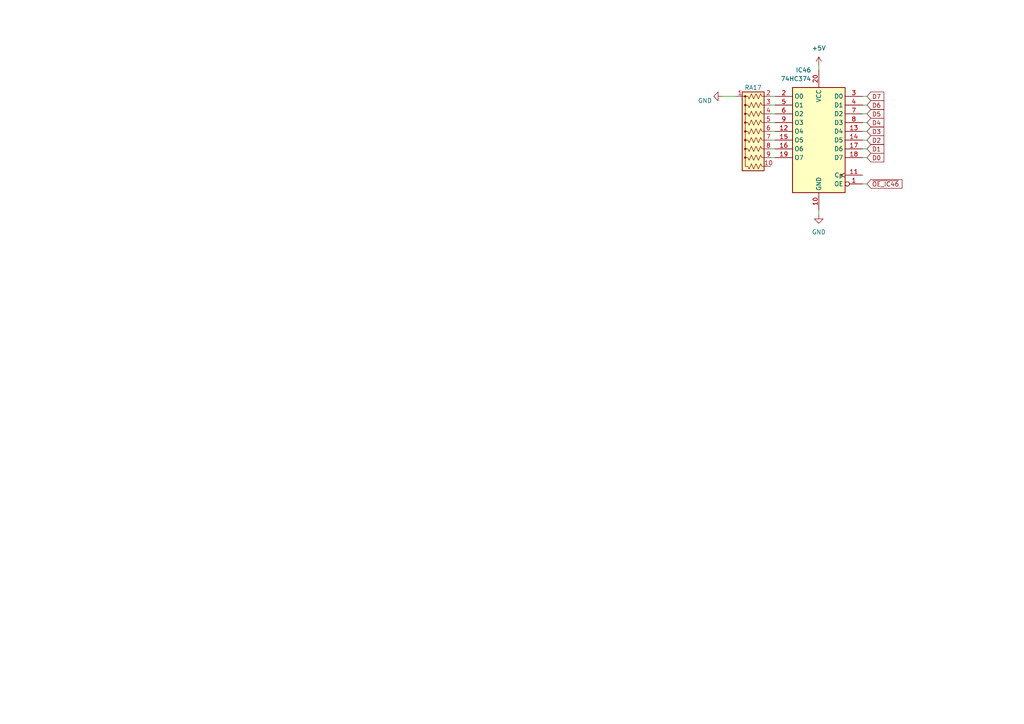
<source format=kicad_sch>
(kicad_sch (version 20230121) (generator eeschema)
  (paper "A4")
  (lib_symbols
    (symbol "74xx:74HC245" (pin_names (offset 1.016))
      (property "Reference" "U" (at -7.62 16.51 0))
      (property "Value" "74HC245" (at -7.62 -16.51 0))
      (symbol "74HC245_1_0"
        (pin input line (at -12.7 -10.16 0) (length 5.08) (name "A->B") (number "1"))
        (pin power_in line (at 0 -20.32 90) (length 5.08) (name "GND") (number "10"))
        (pin tri_state line (at 12.7 -5.08 180) (length 5.08) (name "B7") (number "11"))
        (pin tri_state line (at 12.7 -2.54 180) (length 5.08) (name "B6") (number "12"))
        (pin tri_state line (at 12.7 0 180) (length 5.08) (name "B5") (number "13"))
        (pin tri_state line (at 12.7 2.54 180) (length 5.08) (name "B4") (number "14"))
        (pin tri_state line (at 12.7 5.08 180) (length 5.08) (name "B3") (number "15"))
        (pin tri_state line (at 12.7 7.62 180) (length 5.08) (name "B2") (number "16"))
        (pin tri_state line (at 12.7 10.16 180) (length 5.08) (name "B1") (number "17"))
        (pin tri_state line (at 12.7 12.7 180) (length 5.08) (name "B0") (number "18"))
        (pin input inverted (at -12.7 -12.7 0) (length 5.08) (name "CE") (number "19"))
        (pin tri_state line (at -12.7 12.7 0) (length 5.08) (name "A0") (number "2"))
        (pin power_in line (at 0 20.32 270) (length 5.08) (name "VCC") (number "20"))
        (pin tri_state line (at -12.7 10.16 0) (length 5.08) (name "A1") (number "3"))
        (pin tri_state line (at -12.7 7.62 0) (length 5.08) (name "A2") (number "4"))
        (pin tri_state line (at -12.7 5.08 0) (length 5.08) (name "A3") (number "5"))
        (pin tri_state line (at -12.7 2.54 0) (length 5.08) (name "A4") (number "6"))
        (pin tri_state line (at -12.7 0 0) (length 5.08) (name "A5") (number "7"))
        (pin tri_state line (at -12.7 -2.54 0) (length 5.08) (name "A6") (number "8"))
        (pin tri_state line (at -12.7 -5.08 0) (length 5.08) (name "A7") (number "9"))
      )
    )
    (symbol "74xx:74HC373"
      (property "Reference" "U" (at -7.62 16.51 0))
      (property "Value" "74HC373" (at -7.62 -16.51 0))
      (symbol "74HC373_1_0"
        (pin input inverted (at -12.7 -12.7 0) (length 5.08) (name "OE") (number "1"))
        (pin power_in line (at 0 -20.32 90) (length 5.08) (name "GND") (number "10"))
        (pin input line (at -12.7 -10.16 0) (length 5.08) (name "LE") (number "11"))
        (pin tri_state line (at 12.7 2.54 180) (length 5.08) (name "O4") (number "12"))
        (pin input line (at -12.7 2.54 0) (length 5.08) (name "D4") (number "13"))
        (pin input line (at -12.7 0 0) (length 5.08) (name "D5") (number "14"))
        (pin tri_state line (at 12.7 0 180) (length 5.08) (name "O5") (number "15"))
        (pin tri_state line (at 12.7 -2.54 180) (length 5.08) (name "O6") (number "16"))
        (pin input line (at -12.7 -2.54 0) (length 5.08) (name "D6") (number "17"))
        (pin input line (at -12.7 -5.08 0) (length 5.08) (name "D7") (number "18"))
        (pin tri_state line (at 12.7 -5.08 180) (length 5.08) (name "O7") (number "19"))
        (pin tri_state line (at 12.7 12.7 180) (length 5.08) (name "O0") (number "2"))
        (pin power_in line (at 0 20.32 270) (length 5.08) (name "VCC") (number "20"))
        (pin input line (at -12.7 12.7 0) (length 5.08) (name "D0") (number "3"))
        (pin input line (at -12.7 10.16 0) (length 5.08) (name "D1") (number "4"))
        (pin tri_state line (at 12.7 10.16 180) (length 5.08) (name "O1") (number "5"))
        (pin tri_state line (at 12.7 7.62 180) (length 5.08) (name "O2") (number "6"))
        (pin input line (at -12.7 7.62 0) (length 5.08) (name "D2") (number "7"))
        (pin input line (at -12.7 5.08 0) (length 5.08) (name "D3") (number "8"))
        (pin tri_state line (at 12.7 5.08 180) (length 5.08) (name "O3") (number "9"))
      )
    )
    (symbol "74xx:74HC374"
      (property "Reference" "U" (at -7.62 16.51 0))
      (property "Value" "74HC374" (at -7.62 -16.51 0))
      (symbol "74HC374_1_0"
        (pin input inverted (at -12.7 -12.7 0) (length 5.08) (name "OE") (number "1"))
        (pin power_in line (at 0 -20.32 90) (length 5.08) (name "GND") (number "10"))
        (pin input clock (at -12.7 -10.16 0) (length 5.08) (name "Cp") (number "11"))
        (pin tri_state line (at 12.7 2.54 180) (length 5.08) (name "O4") (number "12"))
        (pin input line (at -12.7 2.54 0) (length 5.08) (name "D4") (number "13"))
        (pin input line (at -12.7 0 0) (length 5.08) (name "D5") (number "14"))
        (pin tri_state line (at 12.7 0 180) (length 5.08) (name "O5") (number "15"))
        (pin tri_state line (at 12.7 -2.54 180) (length 5.08) (name "O6") (number "16"))
        (pin input line (at -12.7 -2.54 0) (length 5.08) (name "D6") (number "17"))
        (pin input line (at -12.7 -5.08 0) (length 5.08) (name "D7") (number "18"))
        (pin tri_state line (at 12.7 -5.08 180) (length 5.08) (name "O7") (number "19"))
        (pin tri_state line (at 12.7 12.7 180) (length 5.08) (name "O0") (number "2"))
        (pin power_in line (at 0 20.32 270) (length 5.08) (name "VCC") (number "20"))
        (pin input line (at -12.7 12.7 0) (length 5.08) (name "D0") (number "3"))
        (pin input line (at -12.7 10.16 0) (length 5.08) (name "D1") (number "4"))
        (pin tri_state line (at 12.7 10.16 180) (length 5.08) (name "O1") (number "5"))
        (pin tri_state line (at 12.7 7.62 180) (length 5.08) (name "O2") (number "6"))
        (pin input line (at -12.7 7.62 0) (length 5.08) (name "D2") (number "7"))
        (pin input line (at -12.7 5.08 0) (length 5.08) (name "D3") (number "8"))
        (pin tri_state line (at 12.7 5.08 180) (length 5.08) (name "O3") (number "9"))
      )
    )
    (symbol "74xx:74HC74" (pin_names (offset 1.016))
      (property "Reference" "U" (at -7.62 8.89 0))
      (property "Value" "74HC74" (at -7.62 -8.89 0))
      (symbol "74HC74_1_0"
        (pin input line (at 0 -7.62 90) (length 2.54) (name "~{R}") (number "1"))
        (pin input line (at -7.62 2.54 0) (length 2.54) (name "D") (number "2"))
        (pin input clock (at -7.62 0 0) (length 2.54) (name "C") (number "3"))
        (pin input line (at 0 7.62 270) (length 2.54) (name "~{S}") (number "4"))
        (pin output line (at 7.62 2.54 180) (length 2.54) (name "Q") (number "5"))
        (pin output line (at 7.62 -2.54 180) (length 2.54) (name "~{Q}") (number "6"))
      )
      (symbol "74HC74_2_0"
        (pin input line (at 0 7.62 270) (length 2.54) (name "~{S}") (number "10"))
        (pin input clock (at -7.62 0 0) (length 2.54) (name "C") (number "11"))
        (pin input line (at -7.62 2.54 0) (length 2.54) (name "D") (number "12"))
        (pin input line (at 0 -7.62 90) (length 2.54) (name "~{R}") (number "13"))
        (pin output line (at 7.62 -2.54 180) (length 2.54) (name "~{Q}") (number "8"))
        (pin output line (at 7.62 2.54 180) (length 2.54) (name "Q") (number "9"))
      )
      (symbol "74HC74_3_0"
        (pin power_in line (at 0 10.16 270) (length 2.54) (name "VCC") (number "14"))
        (pin power_in line (at 0 -10.16 90) (length 2.54) (name "GND") (number "7"))
      )
    )
    (symbol "74xx:74LS00" (pin_names (offset 1.016))
      (property "Reference" "U" (at 0 1.27 0))
      (property "Value" "74LS00" (at 0 -1.27 0))
      (symbol "74LS00_1_1"
        (pin input line (at -7.62 2.54 0) (length 3.81) (name "~") (number "1"))
        (pin input line (at -7.62 -2.54 0) (length 3.81) (name "~") (number "2"))
        (pin output inverted (at 7.62 0 180) (length 3.81) (name "~") (number "3"))
      )
      (symbol "74LS00_1_2"
        (pin input inverted (at -7.62 2.54 0) (length 4.318) (name "~") (number "1"))
        (pin input inverted (at -7.62 -2.54 0) (length 4.318) (name "~") (number "2"))
        (pin output line (at 7.62 0 180) (length 3.81) (name "~") (number "3"))
      )
      (symbol "74LS00_2_1"
        (pin input line (at -7.62 2.54 0) (length 3.81) (name "~") (number "4"))
        (pin input line (at -7.62 -2.54 0) (length 3.81) (name "~") (number "5"))
        (pin output inverted (at 7.62 0 180) (length 3.81) (name "~") (number "6"))
      )
      (symbol "74LS00_2_2"
        (pin input inverted (at -7.62 2.54 0) (length 4.318) (name "~") (number "4"))
        (pin input inverted (at -7.62 -2.54 0) (length 4.318) (name "~") (number "5"))
        (pin output line (at 7.62 0 180) (length 3.81) (name "~") (number "6"))
      )
      (symbol "74LS00_3_1"
        (pin input line (at -7.62 -2.54 0) (length 3.81) (name "~") (number "10"))
        (pin output inverted (at 7.62 0 180) (length 3.81) (name "~") (number "8"))
        (pin input line (at -7.62 2.54 0) (length 3.81) (name "~") (number "9"))
      )
      (symbol "74LS00_3_2"
        (pin input inverted (at -7.62 -2.54 0) (length 4.318) (name "~") (number "10"))
        (pin output line (at 7.62 0 180) (length 3.81) (name "~") (number "8"))
        (pin input inverted (at -7.62 2.54 0) (length 4.318) (name "~") (number "9"))
      )
      (symbol "74LS00_4_1"
        (pin output inverted (at 7.62 0 180) (length 3.81) (name "~") (number "11"))
        (pin input line (at -7.62 2.54 0) (length 3.81) (name "~") (number "12"))
        (pin input line (at -7.62 -2.54 0) (length 3.81) (name "~") (number "13"))
      )
      (symbol "74LS00_4_2"
        (pin output line (at 7.62 0 180) (length 3.81) (name "~") (number "11"))
        (pin input inverted (at -7.62 2.54 0) (length 4.318) (name "~") (number "12"))
        (pin input inverted (at -7.62 -2.54 0) (length 4.318) (name "~") (number "13"))
      )
      (symbol "74LS00_5_0"
        (pin power_in line (at 0 12.7 270) (length 5.08) (name "VCC") (number "14"))
        (pin power_in line (at 0 -12.7 90) (length 5.08) (name "GND") (number "7"))
      )
    )
    (symbol "74xx:74LS07" (pin_names (offset 1.016))
      (property "Reference" "U" (at 0 1.27 0))
      (property "Value" "74LS07" (at 0 -1.27 0))
      (symbol "74LS07_1_0"
        (pin input line (at -7.62 0 0) (length 3.81) (name "~") (number "1"))
        (pin open_collector line (at 7.62 0 180) (length 3.81) (name "~") (number "2"))
      )
      (symbol "74LS07_2_0"
        (pin input line (at -7.62 0 0) (length 3.81) (name "~") (number "3"))
        (pin open_collector line (at 7.62 0 180) (length 3.81) (name "~") (number "4"))
      )
      (symbol "74LS07_3_0"
        (pin input line (at -7.62 0 0) (length 3.81) (name "~") (number "5"))
        (pin open_collector line (at 7.62 0 180) (length 3.81) (name "~") (number "6"))
      )
      (symbol "74LS07_4_0"
        (pin open_collector line (at 7.62 0 180) (length 3.81) (name "~") (number "8"))
        (pin input line (at -7.62 0 0) (length 3.81) (name "~") (number "9"))
      )
      (symbol "74LS07_5_0"
        (pin open_collector line (at 7.62 0 180) (length 3.81) (name "~") (number "10"))
        (pin input line (at -7.62 0 0) (length 3.81) (name "~") (number "11"))
      )
      (symbol "74LS07_6_0"
        (pin open_collector line (at 7.62 0 180) (length 3.81) (name "~") (number "12"))
        (pin input line (at -7.62 0 0) (length 3.81) (name "~") (number "13"))
      )
      (symbol "74LS07_7_0"
        (pin power_in line (at 0 12.7 270) (length 5.08) (name "VCC") (number "14"))
        (pin power_in line (at 0 -12.7 90) (length 5.08) (name "GND") (number "7"))
      )
    )
    (symbol "74xx:74LS138" (pin_names (offset 1.016))
      (property "Reference" "U" (at -7.62 11.43 0))
      (property "Value" "74LS138" (at -7.62 -13.97 0))
      (symbol "74LS138_1_0"
        (pin input line (at -12.7 7.62 0) (length 5.08) (name "A0") (number "1"))
        (pin output output_low (at 12.7 -5.08 180) (length 5.08) (name "O5") (number "10"))
        (pin output output_low (at 12.7 -2.54 180) (length 5.08) (name "O4") (number "11"))
        (pin output output_low (at 12.7 0 180) (length 5.08) (name "O3") (number "12"))
        (pin output output_low (at 12.7 2.54 180) (length 5.08) (name "O2") (number "13"))
        (pin output output_low (at 12.7 5.08 180) (length 5.08) (name "O1") (number "14"))
        (pin output output_low (at 12.7 7.62 180) (length 5.08) (name "O0") (number "15"))
        (pin power_in line (at 0 15.24 270) (length 5.08) (name "VCC") (number "16"))
        (pin input line (at -12.7 5.08 0) (length 5.08) (name "A1") (number "2"))
        (pin input line (at -12.7 2.54 0) (length 5.08) (name "A2") (number "3"))
        (pin input input_low (at -12.7 -10.16 0) (length 5.08) (name "E1") (number "4"))
        (pin input input_low (at -12.7 -7.62 0) (length 5.08) (name "E2") (number "5"))
        (pin input line (at -12.7 -5.08 0) (length 5.08) (name "E3") (number "6"))
        (pin output output_low (at 12.7 -10.16 180) (length 5.08) (name "O7") (number "7"))
        (pin power_in line (at 0 -17.78 90) (length 5.08) (name "GND") (number "8"))
        (pin output output_low (at 12.7 -7.62 180) (length 5.08) (name "O6") (number "9"))
      )
    )
    (symbol "74xx:74LS139" (pin_names (offset 1.016))
      (property "Reference" "U" (at -7.62 8.89 0))
      (property "Value" "74LS139" (at -7.62 -8.89 0))
      (symbol "74LS139_1_0"
        (pin input inverted (at -12.7 -5.08 0) (length 5.08) (name "E") (number "1"))
        (pin input line (at -12.7 0 0) (length 5.08) (name "A0") (number "2"))
        (pin input line (at -12.7 2.54 0) (length 5.08) (name "A1") (number "3"))
        (pin output inverted (at 12.7 2.54 180) (length 5.08) (name "O0") (number "4"))
        (pin output inverted (at 12.7 0 180) (length 5.08) (name "O1") (number "5"))
        (pin output inverted (at 12.7 -2.54 180) (length 5.08) (name "O2") (number "6"))
        (pin output inverted (at 12.7 -5.08 180) (length 5.08) (name "O3") (number "7"))
      )
      (symbol "74LS139_2_0"
        (pin output inverted (at 12.7 -2.54 180) (length 5.08) (name "O2") (number "10"))
        (pin output inverted (at 12.7 0 180) (length 5.08) (name "O1") (number "11"))
        (pin output inverted (at 12.7 2.54 180) (length 5.08) (name "O0") (number "12"))
        (pin input line (at -12.7 2.54 0) (length 5.08) (name "A1") (number "13"))
        (pin input line (at -12.7 0 0) (length 5.08) (name "A0") (number "14"))
        (pin input inverted (at -12.7 -5.08 0) (length 5.08) (name "E") (number "15"))
        (pin output inverted (at 12.7 -5.08 180) (length 5.08) (name "O3") (number "9"))
      )
      (symbol "74LS139_3_0"
        (pin power_in line (at 0 12.7 270) (length 5.08) (name "VCC") (number "16"))
        (pin power_in line (at 0 -12.7 90) (length 5.08) (name "GND") (number "8"))
      )
    )
    (symbol "74xx:74LS259" (pin_names (offset 1.016))
      (property "Reference" "U" (at -7.62 13.97 0))
      (property "Value" "74LS259" (at -7.62 -13.97 0))
      (symbol "74LS259_1_0"
        (pin input line (at -12.7 5.08 0) (length 5.08) (name "A0") (number "1"))
        (pin output line (at 12.7 -2.54 180) (length 5.08) (name "Q5") (number "10"))
        (pin output line (at 12.7 -5.08 180) (length 5.08) (name "Q6") (number "11"))
        (pin output line (at 12.7 -7.62 180) (length 5.08) (name "Q7") (number "12"))
        (pin input line (at -12.7 10.16 0) (length 5.08) (name "D") (number "13"))
        (pin input inverted (at -12.7 -5.08 0) (length 5.08) (name "E") (number "14"))
        (pin input inverted (at -12.7 -10.16 0) (length 5.08) (name "Clr") (number "15"))
        (pin power_in line (at 0 17.78 270) (length 5.08) (name "VCC") (number "16"))
        (pin input line (at -12.7 2.54 0) (length 5.08) (name "A1") (number "2"))
        (pin input line (at -12.7 0 0) (length 5.08) (name "A2") (number "3"))
        (pin output line (at 12.7 10.16 180) (length 5.08) (name "Q0") (number "4"))
        (pin output line (at 12.7 7.62 180) (length 5.08) (name "Q1") (number "5"))
        (pin output line (at 12.7 5.08 180) (length 5.08) (name "Q2") (number "6"))
        (pin output line (at 12.7 2.54 180) (length 5.08) (name "Q3") (number "7"))
        (pin power_in line (at 0 -17.78 90) (length 5.08) (name "GND") (number "8"))
        (pin output line (at 12.7 0 180) (length 5.08) (name "Q4") (number "9"))
      )
    )
    (symbol "74xx:74LS32" (pin_names (offset 1.016))
      (property "Reference" "U" (at 0 1.27 0))
      (property "Value" "74LS32" (at 0 -1.27 0))
      (symbol "74LS32_1_1"
        (pin input line (at -7.62 2.54 0) (length 4.318) (name "~") (number "1"))
        (pin input line (at -7.62 -2.54 0) (length 4.318) (name "~") (number "2"))
        (pin output line (at 7.62 0 180) (length 3.81) (name "~") (number "3"))
      )
      (symbol "74LS32_1_2"
        (pin input inverted (at -7.62 2.54 0) (length 3.81) (name "~") (number "1"))
        (pin input inverted (at -7.62 -2.54 0) (length 3.81) (name "~") (number "2"))
        (pin output inverted (at 7.62 0 180) (length 3.81) (name "~") (number "3"))
      )
      (symbol "74LS32_2_1"
        (pin input line (at -7.62 2.54 0) (length 4.318) (name "~") (number "4"))
        (pin input line (at -7.62 -2.54 0) (length 4.318) (name "~") (number "5"))
        (pin output line (at 7.62 0 180) (length 3.81) (name "~") (number "6"))
      )
      (symbol "74LS32_2_2"
        (pin input inverted (at -7.62 2.54 0) (length 3.81) (name "~") (number "4"))
        (pin input inverted (at -7.62 -2.54 0) (length 3.81) (name "~") (number "5"))
        (pin output inverted (at 7.62 0 180) (length 3.81) (name "~") (number "6"))
      )
      (symbol "74LS32_3_1"
        (pin input line (at -7.62 -2.54 0) (length 4.318) (name "~") (number "10"))
        (pin output line (at 7.62 0 180) (length 3.81) (name "~") (number "8"))
        (pin input line (at -7.62 2.54 0) (length 4.318) (name "~") (number "9"))
      )
      (symbol "74LS32_3_2"
        (pin input inverted (at -7.62 -2.54 0) (length 3.81) (name "~") (number "10"))
        (pin output inverted (at 7.62 0 180) (length 3.81) (name "~") (number "8"))
        (pin input inverted (at -7.62 2.54 0) (length 3.81) (name "~") (number "9"))
      )
      (symbol "74LS32_4_1"
        (pin output line (at 7.62 0 180) (length 3.81) (name "~") (number "11"))
        (pin input line (at -7.62 2.54 0) (length 4.318) (name "~") (number "12"))
        (pin input line (at -7.62 -2.54 0) (length 4.318) (name "~") (number "13"))
      )
      (symbol "74LS32_4_2"
        (pin output inverted (at 7.62 0 180) (length 3.81) (name "~") (number "11"))
        (pin input inverted (at -7.62 2.54 0) (length 3.81) (name "~") (number "12"))
        (pin input inverted (at -7.62 -2.54 0) (length 3.81) (name "~") (number "13"))
      )
      (symbol "74LS32_5_0"
        (pin power_in line (at 0 12.7 270) (length 5.08) (name "VCC") (number "14"))
        (pin power_in line (at 0 -12.7 90) (length 5.08) (name "GND") (number "7"))
      )
    )
    (symbol "74xx:74LS367" (pin_names (offset 1.016))
      (property "Reference" "U" (at -7.62 13.97 0))
      (property "Value" "74LS367" (at -7.62 -13.97 0))
      (symbol "74LS367_1_0"
        (pin input inverted (at -12.7 -7.62 0) (length 5.08) (name "OEa") (number "1"))
        (pin input line (at -12.7 2.54 0) (length 5.08) (name "I4") (number "10"))
        (pin tri_state line (at 12.7 0 180) (length 5.08) (name "O5b") (number "11"))
        (pin input line (at -12.7 0 0) (length 5.08) (name "I5") (number "12"))
        (pin tri_state line (at 12.7 -2.54 180) (length 5.08) (name "O6b") (number "13"))
        (pin input line (at -12.7 -2.54 0) (length 5.08) (name "I6") (number "14"))
        (pin input inverted (at -12.7 -10.16 0) (length 5.08) (name "OEb") (number "15"))
        (pin power_in line (at 0 17.78 270) (length 5.08) (name "VCC") (number "16"))
        (pin input line (at -12.7 10.16 0) (length 5.08) (name "I1") (number "2"))
        (pin tri_state line (at 12.7 10.16 180) (length 5.08) (name "O1a") (number "3"))
        (pin input line (at -12.7 7.62 0) (length 5.08) (name "I2") (number "4"))
        (pin tri_state line (at 12.7 7.62 180) (length 5.08) (name "O2a") (number "5"))
        (pin input line (at -12.7 5.08 0) (length 5.08) (name "I3") (number "6"))
        (pin tri_state line (at 12.7 5.08 180) (length 5.08) (name "O3a") (number "7"))
        (pin power_in line (at 0 -17.78 90) (length 5.08) (name "GND") (number "8"))
        (pin tri_state line (at 12.7 2.54 180) (length 5.08) (name "O4a") (number "9"))
      )
    )
    (symbol "Custom_parts:HD641016"
      (property "Reference" "IC" (at 15.24 64.77 0))
      (property "Value" "HD641016" (at 19.05 62.23 0))
      (symbol "HD641016_1_1"
        (pin power_in line (at 7.62 -62.23 90) (length 2.54) (name "Vss") (number "1"))
        (pin bidirectional line (at -27.94 11.43 0) (length 2.54) (name "A19") (number "10"))
        (pin bidirectional line (at -27.94 8.89 0) (length 2.54) (name "A20") (number "11"))
        (pin bidirectional line (at -27.94 6.35 0) (length 2.54) (name "A21") (number "12"))
        (pin bidirectional line (at -27.94 3.81 0) (length 2.54) (name "A22") (number "13"))
        (pin bidirectional line (at -27.94 1.27 0) (length 2.54) (name "A23") (number "14"))
        (pin power_in line (at 3.81 -62.23 90) (length 2.54) (name "Vss") (number "15"))
        (pin tri_state line (at 27.94 6.35 180) (length 2.54) (name "~{AS}") (number "16"))
        (pin tri_state line (at 27.94 10.16 180) (length 2.54) (name "~{WAIT}") (number "17"))
        (pin power_in line (at -1.27 62.23 270) (length 2.54) (name "Vcc") (number "18"))
        (pin output line (at 27.94 20.32 180) (length 2.54) (name "~{HDS}") (number "19"))
        (pin bidirectional line (at -27.94 31.75 0) (length 2.54) (name "A11/D10") (number "2"))
        (pin output line (at 27.94 17.78 180) (length 2.54) (name "~{LDS}") (number "20"))
        (pin output line (at 27.94 13.97 180) (length 2.54) (name "R/~{W}") (number "21"))
        (pin tri_state line (at 27.94 -6.35 180) (length 2.54) (name "S/~{U}") (number "22"))
        (pin power_in line (at 0 -62.23 90) (length 2.54) (name "Vss") (number "23"))
        (pin tri_state line (at 27.94 -8.89 180) (length 2.54) (name "PF") (number "24"))
        (pin no_connect line (at -27.94 -46.99 0) (length 2.54) (name "NC") (number "25"))
        (pin no_connect line (at -27.94 -49.53 0) (length 2.54) (name "NC") (number "26"))
        (pin bidirectional line (at -27.94 -36.83 0) (length 2.54) (name "TIOB2") (number "27"))
        (pin bidirectional line (at -27.94 -34.29 0) (length 2.54) (name "TIOA2") (number "28"))
        (pin bidirectional line (at -27.94 -31.75 0) (length 2.54) (name "TIOB1") (number "29"))
        (pin bidirectional line (at -27.94 29.21 0) (length 2.54) (name "A12/D11") (number "3"))
        (pin bidirectional line (at -27.94 -29.21 0) (length 2.54) (name "TIOA1") (number "30"))
        (pin no_connect line (at -27.94 -52.07 0) (length 2.54) (name "NC") (number "31"))
        (pin input line (at -27.94 -40.64 0) (length 2.54) (name "RXD0") (number "32"))
        (pin output line (at 27.94 -44.45 180) (length 2.54) (name "TXD0") (number "33"))
        (pin bidirectional line (at 27.94 -31.75 180) (length 2.54) (name "RXC0") (number "34"))
        (pin bidirectional line (at 27.94 -38.1 180) (length 2.54) (name "TXC0") (number "35"))
        (pin input line (at 27.94 -19.05 180) (length 2.54) (name "~{CTS0}") (number "36"))
        (pin input line (at 27.94 -15.24 180) (length 2.54) (name "~{DCD0}") (number "37"))
        (pin output line (at 27.94 -12.7 180) (length 2.54) (name "~{RTS0}") (number "38"))
        (pin input line (at -27.94 -43.18 0) (length 2.54) (name "RXD1") (number "39"))
        (pin bidirectional line (at -27.94 26.67 0) (length 2.54) (name "A13/D12") (number "4"))
        (pin output line (at 27.94 -46.99 180) (length 2.54) (name "TXD1") (number "40"))
        (pin bidirectional line (at 27.94 -34.29 180) (length 2.54) (name "RXC1") (number "41"))
        (pin bidirectional line (at 27.94 -40.64 180) (length 2.54) (name "TXC1") (number "42"))
        (pin input line (at 27.94 -21.59 180) (length 2.54) (name "~{CTS1}") (number "43"))
        (pin power_in line (at -3.81 -62.23 90) (length 2.54) (name "Vss") (number "44"))
        (pin input line (at -27.94 -10.16 0) (length 2.54) (name "~{DCD1}/~{DREQ3}") (number "45"))
        (pin input line (at -27.94 -21.59 0) (length 2.54) (name "~{RTS1}/~{DACK3}") (number "46"))
        (pin input line (at -27.94 -7.62 0) (length 2.54) (name "~{DREQ2}") (number "47"))
        (pin input line (at -27.94 -19.05 0) (length 2.54) (name "~{DACK2}") (number "48"))
        (pin input line (at -27.94 -5.08 0) (length 2.54) (name "~{DREQ1}") (number "49"))
        (pin bidirectional line (at -27.94 24.13 0) (length 2.54) (name "A14/D13") (number "5"))
        (pin input line (at -27.94 -16.51 0) (length 2.54) (name "~{DACK1}") (number "50"))
        (pin input line (at -27.94 -2.54 0) (length 2.54) (name "~{DREQ0}") (number "51"))
        (pin input line (at -27.94 -13.97 0) (length 2.54) (name "~{DACK0}") (number "52"))
        (pin bidirectional line (at -27.94 -25.4 0) (length 2.54) (name "~{DONE}") (number "53"))
        (pin tri_state line (at 27.94 2.54 180) (length 2.54) (name "ST0") (number "54"))
        (pin tri_state line (at 27.94 0 180) (length 2.54) (name "ST1") (number "55"))
        (pin tri_state line (at 27.94 -2.54 180) (length 2.54) (name "ST2") (number "56"))
        (pin output line (at 27.94 -25.4 180) (length 2.54) (name "PCS0") (number "57"))
        (pin output line (at 27.94 -27.94 180) (length 2.54) (name "PCS1") (number "58"))
        (pin tri_state line (at 27.94 24.13 180) (length 2.54) (name "~{IACK}") (number "59"))
        (pin bidirectional line (at -27.94 21.59 0) (length 2.54) (name "A15/D14") (number "6"))
        (pin output line (at 27.94 35.56 180) (length 2.54) (name "~{BACK}") (number "60"))
        (pin output clock (at 27.94 50.8 180) (length 2.54) (name "Φ") (number "61"))
        (pin output line (at 27.94 48.26 180) (length 2.54) (name "E") (number "62"))
        (pin power_in line (at 1.27 62.23 270) (length 2.54) (name "Vcc") (number "63"))
        (pin no_connect line (at -27.94 -54.61 0) (length 2.54) (name "NC") (number "64"))
        (pin input line (at 27.94 38.1 180) (length 2.54) (name "~{BREQ}") (number "65"))
        (pin input clock (at 27.94 57.15 180) (length 2.54) (name "XTAL") (number "66"))
        (pin no_connect line (at -27.94 -57.15 0) (length 2.54) (name "NC") (number "67"))
        (pin input clock (at 27.94 54.61 180) (length 2.54) (name "EXTAL") (number "68"))
        (pin power_in line (at -7.62 -62.23 90) (length 2.54) (name "Vss") (number "69"))
        (pin bidirectional line (at -27.94 19.05 0) (length 2.54) (name "A16/D15") (number "7"))
        (pin input line (at 27.94 44.45 180) (length 2.54) (name "~{RES}") (number "70"))
        (pin input line (at 27.94 40.64 180) (length 2.54) (name "~{BRTRY}") (number "71"))
        (pin input line (at 27.94 31.75 180) (length 2.54) (name "~{NMI}") (number "72"))
        (pin input line (at 27.94 29.21 180) (length 2.54) (name "~{IRQ0}") (number "73"))
        (pin input line (at 27.94 26.67 180) (length 2.54) (name "~{IRQ1}") (number "74"))
        (pin bidirectional line (at -27.94 57.15 0) (length 2.54) (name "A1/D0") (number "75"))
        (pin bidirectional line (at -27.94 54.61 0) (length 2.54) (name "A2/D1") (number "76"))
        (pin bidirectional line (at -27.94 52.07 0) (length 2.54) (name "A3/D2") (number "77"))
        (pin bidirectional line (at -27.94 49.53 0) (length 2.54) (name "A4/D3") (number "78"))
        (pin bidirectional line (at -27.94 46.99 0) (length 2.54) (name "A5/D4") (number "79"))
        (pin bidirectional line (at -27.94 16.51 0) (length 2.54) (name "A17") (number "8"))
        (pin bidirectional line (at -27.94 44.45 0) (length 2.54) (name "A6/D5") (number "80"))
        (pin bidirectional line (at -27.94 41.91 0) (length 2.54) (name "A7/D6") (number "81"))
        (pin bidirectional line (at -27.94 39.37 0) (length 2.54) (name "A8/D7") (number "82"))
        (pin bidirectional line (at -27.94 36.83 0) (length 2.54) (name "A9/D8") (number "83"))
        (pin bidirectional line (at -27.94 34.29 0) (length 2.54) (name "A10/D9") (number "84"))
        (pin bidirectional line (at -27.94 13.97 0) (length 2.54) (name "A18") (number "9"))
      )
    )
    (symbol "Custom_parts:TC551001BPL"
      (property "Reference" "U" (at -7.62 31.75 0))
      (property "Value" "TC551001BPL" (at 2.54 -31.75 0))
      (symbol "TC551001BPL_1_1"
        (pin no_connect line (at -10.16 -17.78 0) (length 2.54) (name "NC") (number "1"))
        (pin input line (at -10.16 22.86 0) (length 2.54) (name "A2") (number "10"))
        (pin input line (at -10.16 25.4 0) (length 2.54) (name "A1") (number "11"))
        (pin input line (at -10.16 27.94 0) (length 2.54) (name "A0") (number "12"))
        (pin tri_state line (at 10.16 27.94 180) (length 2.54) (name "I/O0") (number "13"))
        (pin tri_state line (at 10.16 25.4 180) (length 2.54) (name "I/O1") (number "14"))
        (pin tri_state line (at 10.16 22.86 180) (length 2.54) (name "I/O2") (number "15"))
        (pin power_in line (at 0 -33.02 90) (length 2.54) (name "GND") (number "16"))
        (pin tri_state line (at 10.16 20.32 180) (length 2.54) (name "I/O3") (number "17"))
        (pin tri_state line (at 10.16 17.78 180) (length 2.54) (name "I/O4") (number "18"))
        (pin tri_state line (at 10.16 15.24 180) (length 2.54) (name "I/O5") (number "19"))
        (pin input line (at -10.16 -12.7 0) (length 2.54) (name "A16") (number "2"))
        (pin tri_state line (at 10.16 12.7 180) (length 2.54) (name "I/O6") (number "20"))
        (pin tri_state line (at 10.16 10.16 180) (length 2.54) (name "I/O7") (number "21"))
        (pin input line (at -10.16 -25.4 0) (length 2.54) (name "~{CE1}") (number "22"))
        (pin input line (at -10.16 2.54 0) (length 2.54) (name "A10") (number "23"))
        (pin input line (at -10.16 -27.94 0) (length 2.54) (name "~{OE}") (number "24"))
        (pin input line (at -10.16 0 0) (length 2.54) (name "A11") (number "25"))
        (pin input line (at -10.16 5.08 0) (length 2.54) (name "A9") (number "26"))
        (pin input line (at -10.16 7.62 0) (length 2.54) (name "A8") (number "27"))
        (pin input line (at -10.16 -5.08 0) (length 2.54) (name "A13") (number "28"))
        (pin input line (at -10.16 -20.32 0) (length 2.54) (name "R/~{W}") (number "29"))
        (pin input line (at -10.16 -7.62 0) (length 2.54) (name "A14") (number "3"))
        (pin input line (at -10.16 -22.86 0) (length 2.54) (name "CE2") (number "30"))
        (pin input line (at -10.16 -10.16 0) (length 2.54) (name "A15") (number "31"))
        (pin power_in line (at 0 33.02 270) (length 2.54) (name "VCC") (number "32"))
        (pin input line (at -10.16 -2.54 0) (length 2.54) (name "A12") (number "4"))
        (pin input line (at -10.16 10.16 0) (length 2.54) (name "A7") (number "5"))
        (pin input line (at -10.16 12.7 0) (length 2.54) (name "A6") (number "6"))
        (pin input line (at -10.16 15.24 0) (length 2.54) (name "A5") (number "7"))
        (pin input line (at -10.16 17.78 0) (length 2.54) (name "A4") (number "8"))
        (pin input line (at -10.16 20.32 0) (length 2.54) (name "A3") (number "9"))
      )
    )
    (symbol "Device:R_Network09_US" (pin_names (offset 0) hide)
      (property "Reference" "RN" (at -12.7 0 90))
      (property "Value" "R_Network09_US" (at 12.7 0 90))
      (symbol "R_Network09_US_1_1"
        (pin passive line (at -10.16 5.08 270) (length 2.54) (name "common") (number "1"))
        (pin passive line (at 10.16 -5.08 90) (length 1.27) (name "R9") (number "10"))
        (pin passive line (at -10.16 -5.08 90) (length 1.27) (name "R1") (number "2"))
        (pin passive line (at -7.62 -5.08 90) (length 1.27) (name "R2") (number "3"))
        (pin passive line (at -5.08 -5.08 90) (length 1.27) (name "R3") (number "4"))
        (pin passive line (at -2.54 -5.08 90) (length 1.27) (name "R4") (number "5"))
        (pin passive line (at 0 -5.08 90) (length 1.27) (name "R5") (number "6"))
        (pin passive line (at 2.54 -5.08 90) (length 1.27) (name "R6") (number "7"))
        (pin passive line (at 5.08 -5.08 90) (length 1.27) (name "R7") (number "8"))
        (pin passive line (at 7.62 -5.08 90) (length 1.27) (name "R8") (number "9"))
      )
    )
    (symbol "Memory_EPROM:27C040"
      (property "Reference" "U" (at -7.62 31.75 0))
      (property "Value" "27C040" (at 2.54 -31.75 0))
      (symbol "27C040_1_1"
        (pin input line (at -10.16 -22.86 0) (length 2.54) (name "VPP") (number "1"))
        (pin input line (at -10.16 22.86 0) (length 2.54) (name "A2") (number "10"))
        (pin input line (at -10.16 25.4 0) (length 2.54) (name "A1") (number "11"))
        (pin input line (at -10.16 27.94 0) (length 2.54) (name "A0") (number "12"))
        (pin tri_state line (at 10.16 27.94 180) (length 2.54) (name "D0") (number "13"))
        (pin tri_state line (at 10.16 25.4 180) (length 2.54) (name "D1") (number "14"))
        (pin tri_state line (at 10.16 22.86 180) (length 2.54) (name "D2") (number "15"))
        (pin power_in line (at 0 -33.02 90) (length 2.54) (name "GND") (number "16"))
        (pin tri_state line (at 10.16 20.32 180) (length 2.54) (name "D3") (number "17"))
        (pin tri_state line (at 10.16 17.78 180) (length 2.54) (name "D4") (number "18"))
        (pin tri_state line (at 10.16 15.24 180) (length 2.54) (name "D5") (number "19"))
        (pin input line (at -10.16 -12.7 0) (length 2.54) (name "A16") (number "2"))
        (pin tri_state line (at 10.16 12.7 180) (length 2.54) (name "D6") (number "20"))
        (pin tri_state line (at 10.16 10.16 180) (length 2.54) (name "D7") (number "21"))
        (pin input line (at -10.16 -25.4 0) (length 2.54) (name "~{CE}") (number "22"))
        (pin input line (at -10.16 2.54 0) (length 2.54) (name "A10") (number "23"))
        (pin input line (at -10.16 -27.94 0) (length 2.54) (name "~{OE}") (number "24"))
        (pin input line (at -10.16 0 0) (length 2.54) (name "A11") (number "25"))
        (pin input line (at -10.16 5.08 0) (length 2.54) (name "A9") (number "26"))
        (pin input line (at -10.16 7.62 0) (length 2.54) (name "A8") (number "27"))
        (pin input line (at -10.16 -5.08 0) (length 2.54) (name "A13") (number "28"))
        (pin input line (at -10.16 -7.62 0) (length 2.54) (name "A14") (number "29"))
        (pin input line (at -10.16 -10.16 0) (length 2.54) (name "A15") (number "3"))
        (pin input line (at -10.16 -15.24 0) (length 2.54) (name "A17") (number "30"))
        (pin input line (at -10.16 -17.78 0) (length 2.54) (name "A18") (number "31"))
        (pin power_in line (at 0 33.02 270) (length 2.54) (name "VCC") (number "32"))
        (pin input line (at -10.16 -2.54 0) (length 2.54) (name "A12") (number "4"))
        (pin input line (at -10.16 10.16 0) (length 2.54) (name "A7") (number "5"))
        (pin input line (at -10.16 12.7 0) (length 2.54) (name "A6") (number "6"))
        (pin input line (at -10.16 15.24 0) (length 2.54) (name "A5") (number "7"))
        (pin input line (at -10.16 17.78 0) (length 2.54) (name "A4") (number "8"))
        (pin input line (at -10.16 20.32 0) (length 2.54) (name "A3") (number "9"))
      )
    )
    (symbol "power:+5V" (power) (pin_names (offset 0))
      (property "Value" "+5V" (at 0 3.556 0))
      (symbol "+5V_1_1"
        (pin power_in line (at 0 0 90) (length 0) hide (name "+5V") (number "1"))
      )
    )
    (symbol "power:GND" (power) (pin_names (offset 0))
      (property "Value" "GND" (at 0 -3.81 0))
      (symbol "GND_1_1"
        (pin power_in line (at 0 0 270) (length 0) hide (name "GND") (number "1"))
      )
    )
  )
  (junction (at 659.13 384.81))
  (junction (at 666.75 435.61))
  (no_connect (at 528.32 356.87))
  (no_connect (at 302.26 300.99))
  (no_connect (at 528.32 354.33))
  (no_connect (at 302.26 288.29))
  (no_connect (at 528.32 372.11))
  (no_connect (at 302.26 303.53))
  (no_connect (at 302.26 290.83))
  (wire (pts (xy 64.77 270.51) (xy 66.04 270.51)))
  (wire (pts (xy 11.43 337.82) (xy 10.16 337.82)))
  (wire (pts (xy 130.81 314.96) (xy 132.08 314.96)))
  (wire (pts (xy 130.81 243.84) (xy 132.08 243.84)))
  (wire (pts (xy 49.53 342.9) (xy 48.26 342.9)))
  (wire (pts (xy 552.45 275.59) (xy 553.72 275.59)))
  (wire (pts (xy 64.77 365.76) (xy 66.04 365.76)))
  (wire (pts (xy 552.45 285.75) (xy 553.72 285.75)))
  (wire (pts (xy 144.78 234.95) (xy 144.78 236.22)))
  (wire (pts (xy -11.43 340.36) (xy -10.16 340.36)))
  (wire (pts (xy 251.46 40.64) (xy 250.19 40.64)))
  (wire (pts (xy 130.81 256.54) (xy 132.08 256.54)))
  (wire (pts (xy 64.77 245.11) (xy 66.04 245.11)))
  (wire (pts (xy 158.75 320.04) (xy 157.48 320.04)))
  (wire (pts (xy 486.41 372.11) (xy 502.92 372.11)))
  (wire (pts (xy 64.77 332.74) (xy 66.04 332.74)))
  (wire (pts (xy 11.43 330.2) (xy 10.16 330.2)))
  (wire (pts (xy 209.55 27.94) (xy 213.36 27.94)))
  (wire (pts (xy 275.59 330.2) (xy 276.86 330.2)))
  (wire (pts (xy -11.43 278.13) (xy -10.16 278.13)))
  (wire (pts (xy 64.77 262.89) (xy 66.04 262.89)))
  (wire (pts (xy 26.67 260.35) (xy 27.94 260.35)))
  (wire (pts (xy 566.42 255.27) (xy 566.42 254)))
  (wire (pts (xy 205.74 325.12) (xy 207.01 325.12)))
  (wire (pts (xy 205.74 302.26) (xy 207.01 302.26)))
  (wire (pts (xy -48.26 264.16) (xy -49.53 264.16)))
  (wire (pts (xy 130.81 261.62) (xy 132.08 261.62)))
  (wire (pts (xy 64.77 353.06) (xy 66.04 353.06)))
  (wire (pts (xy -76.2 220.98) (xy -76.2 222.25)))
  (wire (pts (xy 26.67 342.9) (xy 27.94 342.9)))
  (wire (pts (xy 303.53 327.66) (xy 302.26 327.66)))
  (wire (pts (xy 64.77 273.05) (xy 66.04 273.05)))
  (wire (pts (xy 205.74 304.8) (xy 207.01 304.8)))
  (wire (pts (xy 38.1 304.8) (xy 38.1 303.53)))
  (wire (pts (xy 233.68 309.88) (xy 232.41 309.88)))
  (wire (pts (xy -11.43 350.52) (xy -10.16 350.52)))
  (wire (pts (xy 158.75 243.84) (xy 157.48 243.84)))
  (wire (pts (xy 158.75 314.96) (xy 157.48 314.96)))
  (wire (pts (xy 566.42 266.7) (xy 566.42 267.97)))
  (wire (pts (xy 552.45 427.99) (xy 553.72 427.99)))
  (wire (pts (xy -106.68 250.19) (xy -105.41 250.19)))
  (wire (pts (xy 87.63 335.28) (xy 86.36 335.28)))
  (wire (pts (xy -106.68 247.65) (xy -105.41 247.65)))
  (wire (pts (xy 26.67 340.36) (xy 27.94 340.36)))
  (wire (pts (xy 205.74 309.88) (xy 207.01 309.88)))
  (wire (pts (xy 26.67 350.52) (xy 27.94 350.52)))
  (wire (pts (xy 223.52 40.64) (xy 224.79 40.64)))
  (wire (pts (xy 26.67 298.45) (xy 27.94 298.45)))
  (wire (pts (xy 11.43 335.28) (xy 10.16 335.28)))
  (wire (pts (xy 64.77 275.59) (xy 66.04 275.59)))
  (wire (pts (xy 334.01 284.48) (xy 335.28 284.48)))
  (wire (pts (xy 551.18 295.91) (xy 553.72 295.91)))
  (wire (pts (xy 64.77 355.6) (xy 66.04 355.6)))
  (wire (pts (xy 26.67 332.74) (xy 27.94 332.74)))
  (wire (pts (xy 552.45 443.23) (xy 553.72 443.23)))
  (wire (pts (xy 552.45 233.68) (xy 553.72 233.68)))
  (wire (pts (xy 219.71 336.55) (xy 219.71 335.28)))
  (wire (pts (xy 26.67 285.75) (xy 27.94 285.75)))
  (wire (pts (xy 275.59 340.36) (xy 276.86 340.36)))
  (wire (pts (xy 26.67 275.59) (xy 27.94 275.59)))
  (wire (pts (xy 38.1 392.43) (xy 38.1 391.16)))
  (wire (pts (xy -11.43 335.28) (xy -10.16 335.28)))
  (wire (pts (xy 303.53 330.2) (xy 302.26 330.2)))
  (wire (pts (xy -11.43 365.76) (xy -10.16 365.76)))
  (wire (pts (xy 87.63 345.44) (xy 86.36 345.44)))
  (wire (pts (xy 11.43 347.98) (xy 10.16 347.98)))
  (wire (pts (xy 87.63 347.98) (xy 86.36 347.98)))
  (wire (pts (xy -11.43 381) (xy -10.16 381)))
  (wire (pts (xy 76.2 303.53) (xy 76.2 304.8)))
  (wire (pts (xy 233.68 246.38) (xy 232.41 246.38)))
  (wire (pts (xy 26.67 373.38) (xy 27.94 373.38)))
  (wire (pts (xy 275.59 283.21) (xy 276.86 283.21)))
  (wire (pts (xy 528.32 361.95) (xy 534.67 361.95)))
  (wire (pts (xy 144.78 278.13) (xy 144.78 276.86)))
  (wire (pts (xy 535.94 367.03) (xy 535.94 389.89)))
  (wire (pts (xy 64.77 360.68) (xy 66.04 360.68)))
  (wire (pts (xy 515.62 345.44) (xy 515.62 346.71)))
  (wire (pts (xy 158.75 327.66) (xy 157.48 327.66)))
  (wire (pts (xy -106.68 229.87) (xy -105.41 229.87)))
  (wire (pts (xy 26.67 386.08) (xy 27.94 386.08)))
  (wire (pts (xy 26.67 262.89) (xy 27.94 262.89)))
  (wire (pts (xy 303.53 332.74) (xy 302.26 332.74)))
  (wire (pts (xy 130.81 246.38) (xy 132.08 246.38)))
  (wire (pts (xy 458.47 86.36) (xy 458.47 87.63)))
  (wire (pts (xy 552.45 325.12) (xy 553.72 325.12)))
  (wire (pts (xy 49.53 260.35) (xy 48.26 260.35)))
  (wire (pts (xy 205.74 320.04) (xy 207.01 320.04)))
  (wire (pts (xy -11.43 337.82) (xy -10.16 337.82)))
  (wire (pts (xy 275.59 335.28) (xy 276.86 335.28)))
  (wire (pts (xy 534.67 438.15) (xy 553.72 438.15)))
  (wire (pts (xy -106.68 232.41) (xy -105.41 232.41)))
  (wire (pts (xy 64.77 378.46) (xy 66.04 378.46)))
  (wire (pts (xy 223.52 35.56) (xy 224.79 35.56)))
  (wire (pts (xy 237.49 19.05) (xy 237.49 20.32)))
  (wire (pts (xy 233.68 251.46) (xy 232.41 251.46)))
  (wire (pts (xy 552.45 236.22) (xy 553.72 236.22)))
  (wire (pts (xy 233.68 320.04) (xy 232.41 320.04)))
  (wire (pts (xy 334.01 299.72) (xy 335.28 299.72)))
  (wire (pts (xy -48.26 266.7) (xy -49.53 266.7)))
  (wire (pts (xy 354.33 397.51) (xy 355.6 397.51)))
  (wire (pts (xy 552.45 433.07) (xy 553.72 433.07)))
  (wire (pts (xy 26.67 365.76) (xy 27.94 365.76)))
  (wire (pts (xy 205.74 248.92) (xy 207.01 248.92)))
  (wire (pts (xy 659.13 384.81) (xy 665.48 384.81)))
  (wire (pts (xy 158.75 254) (xy 157.48 254)))
  (wire (pts (xy 158.75 256.54) (xy 157.48 256.54)))
  (wire (pts (xy 528.32 364.49) (xy 535.94 364.49)))
  (wire (pts (xy 205.74 266.7) (xy 207.01 266.7)))
  (wire (pts (xy 64.77 278.13) (xy 66.04 278.13)))
  (wire (pts (xy 689.61 478.79) (xy 688.34 478.79)))
  (wire (pts (xy 205.74 307.34) (xy 207.01 307.34)))
  (wire (pts (xy 552.45 226.06) (xy 553.72 226.06)))
  (wire (pts (xy 26.67 330.2) (xy 27.94 330.2)))
  (wire (pts (xy 444.5 97.79) (xy 445.77 97.79)))
  (wire (pts (xy 87.63 332.74) (xy 86.36 332.74)))
  (wire (pts (xy 158.75 259.08) (xy 157.48 259.08)))
  (wire (pts (xy 251.46 30.48) (xy 250.19 30.48)))
  (wire (pts (xy 0 304.8) (xy 0 303.53)))
  (wire (pts (xy 659.13 384.81) (xy 659.13 435.61)))
  (wire (pts (xy 233.68 317.5) (xy 232.41 317.5)))
  (wire (pts (xy 0 323.85) (xy 0 325.12)))
  (wire (pts (xy 64.77 250.19) (xy 66.04 250.19)))
  (wire (pts (xy -48.26 312.42) (xy -49.53 312.42)))
  (wire (pts (xy 251.46 35.56) (xy 250.19 35.56)))
  (wire (pts (xy 130.81 312.42) (xy 132.08 312.42)))
  (wire (pts (xy 130.81 248.92) (xy 132.08 248.92)))
  (wire (pts (xy 64.77 358.14) (xy 66.04 358.14)))
  (wire (pts (xy 76.2 392.43) (xy 76.2 391.16)))
  (wire (pts (xy 515.62 381) (xy 515.62 379.73)))
  (wire (pts (xy 223.52 38.1) (xy 224.79 38.1)))
  (wire (pts (xy -106.68 257.81) (xy -105.41 257.81)))
  (wire (pts (xy 64.77 337.82) (xy 66.04 337.82)))
  (wire (pts (xy 158.75 266.7) (xy 157.48 266.7)))
  (wire (pts (xy 64.77 280.67) (xy 66.04 280.67)))
  (wire (pts (xy 303.53 285.75) (xy 302.26 285.75)))
  (wire (pts (xy 501.65 356.87) (xy 502.92 356.87)))
  (wire (pts (xy -11.43 260.35) (xy -10.16 260.35)))
  (wire (pts (xy 26.67 345.44) (xy 27.94 345.44)))
  (wire (pts (xy 87.63 252.73) (xy 86.36 252.73)))
  (wire (pts (xy 26.67 265.43) (xy 27.94 265.43)))
  (wire (pts (xy 158.75 251.46) (xy 157.48 251.46)))
  (wire (pts (xy -11.43 353.06) (xy -10.16 353.06)))
  (wire (pts (xy 205.74 259.08) (xy 207.01 259.08)))
  (wire (pts (xy -11.43 250.19) (xy -10.16 250.19)))
  (wire (pts (xy 26.67 353.06) (xy 27.94 353.06)))
  (wire (pts (xy 303.53 311.15) (xy 302.26 311.15)))
  (wire (pts (xy 666.75 435.61) (xy 666.75 433.07)))
  (wire (pts (xy 251.46 45.72) (xy 250.19 45.72)))
  (wire (pts (xy 534.67 369.57) (xy 534.67 438.15)))
  (wire (pts (xy 205.74 243.84) (xy 207.01 243.84)))
  (wire (pts (xy 49.53 252.73) (xy 48.26 252.73)))
  (wire (pts (xy 49.53 247.65) (xy 48.26 247.65)))
  (wire (pts (xy -11.43 358.14) (xy -10.16 358.14)))
  (wire (pts (xy 64.77 283.21) (xy 66.04 283.21)))
  (wire (pts (xy 49.53 335.28) (xy 48.26 335.28)))
  (wire (pts (xy 26.67 252.73) (xy 27.94 252.73)))
  (wire (pts (xy 552.45 332.74) (xy 553.72 332.74)))
  (wire (pts (xy 49.53 345.44) (xy 48.26 345.44)))
  (wire (pts (xy 64.77 267.97) (xy 66.04 267.97)))
  (wire (pts (xy 223.52 27.94) (xy 224.79 27.94)))
  (wire (pts (xy 26.67 270.51) (xy 27.94 270.51)))
  (wire (pts (xy -11.43 347.98) (xy -10.16 347.98)))
  (wire (pts (xy 49.53 337.82) (xy 48.26 337.82)))
  (wire (pts (xy 668.02 438.15) (xy 666.75 438.15)))
  (wire (pts (xy 552.45 335.28) (xy 553.72 335.28)))
  (wire (pts (xy 158.75 325.12) (xy 157.48 325.12)))
  (wire (pts (xy 49.53 330.2) (xy 48.26 330.2)))
  (wire (pts (xy 49.53 257.81) (xy 48.26 257.81)))
  (wire (pts (xy 26.67 375.92) (xy 27.94 375.92)))
  (wire (pts (xy -11.43 386.08) (xy -10.16 386.08)))
  (wire (pts (xy 87.63 242.57) (xy 86.36 242.57)))
  (wire (pts (xy 11.43 257.81) (xy 10.16 257.81)))
  (wire (pts (xy -11.43 383.54) (xy -10.16 383.54)))
  (wire (pts (xy -11.43 363.22) (xy -10.16 363.22)))
  (wire (pts (xy 251.46 33.02) (xy 250.19 33.02)))
  (wire (pts (xy 666.75 433.07) (xy 668.02 433.07)))
  (wire (pts (xy -69.85 347.98) (xy -69.85 346.71)))
  (wire (pts (xy 283.21 238.76) (xy 284.48 238.76)))
  (wire (pts (xy 87.63 330.2) (xy 86.36 330.2)))
  (wire (pts (xy 552.45 246.38) (xy 553.72 246.38)))
  (wire (pts (xy 334.01 287.02) (xy 335.28 287.02)))
  (wire (pts (xy 361.95 287.02) (xy 360.68 287.02)))
  (wire (pts (xy -106.68 240.03) (xy -105.41 240.03)))
  (wire (pts (xy 303.53 295.91) (xy 302.26 295.91)))
  (wire (pts (xy 49.53 242.57) (xy 48.26 242.57)))
  (wire (pts (xy -106.68 227.33) (xy -105.41 227.33)))
  (wire (pts (xy 303.53 335.28) (xy 302.26 335.28)))
  (wire (pts (xy 486.41 113.03) (xy 486.41 372.11)))
  (wire (pts (xy -11.43 283.21) (xy -10.16 283.21)))
  (wire (pts (xy 64.77 347.98) (xy 66.04 347.98)))
  (wire (pts (xy -106.68 273.05) (xy -105.41 273.05)))
  (wire (pts (xy -11.43 285.75) (xy -10.16 285.75)))
  (wire (pts (xy 130.81 304.8) (xy 132.08 304.8)))
  (wire (pts (xy 361.95 299.72) (xy 360.68 299.72)))
  (wire (pts (xy 579.12 384.81) (xy 659.13 384.81)))
  (wire (pts (xy -11.43 257.81) (xy -10.16 257.81)))
  (wire (pts (xy 26.67 250.19) (xy 27.94 250.19)))
  (wire (pts (xy 87.63 250.19) (xy 86.36 250.19)))
  (wire (pts (xy 471.17 110.49) (xy 557.53 110.49)))
  (wire (pts (xy 76.2 323.85) (xy 76.2 325.12)))
  (wire (pts (xy -11.43 375.92) (xy -10.16 375.92)))
  (wire (pts (xy 11.43 255.27) (xy 10.16 255.27)))
  (wire (pts (xy 368.3 411.48) (xy 368.3 410.21)))
  (wire (pts (xy 223.52 45.72) (xy 224.79 45.72)))
  (wire (pts (xy 275.59 303.53) (xy 276.86 303.53)))
  (wire (pts (xy 158.75 248.92) (xy 157.48 248.92)))
  (wire (pts (xy 64.77 330.2) (xy 66.04 330.2)))
  (wire (pts (xy 292.1 232.41) (xy 292.1 233.68)))
  (wire (pts (xy 361.95 297.18) (xy 360.68 297.18)))
  (wire (pts (xy 87.63 257.81) (xy 86.36 257.81)))
  (wire (pts (xy 11.43 332.74) (xy 10.16 332.74)))
  (wire (pts (xy 130.81 317.5) (xy 132.08 317.5)))
  (wire (pts (xy 64.77 290.83) (xy 66.04 290.83)))
  (wire (pts (xy 458.47 121.92) (xy 458.47 120.65)))
  (wire (pts (xy 233.68 314.96) (xy 232.41 314.96)))
  (wire (pts (xy 205.74 327.66) (xy 207.01 327.66)))
  (wire (pts (xy 64.77 345.44) (xy 66.04 345.44)))
  (wire (pts (xy -106.68 255.27) (xy -105.41 255.27)))
  (wire (pts (xy 292.1 250.19) (xy 292.1 248.92)))
  (wire (pts (xy 87.63 260.35) (xy 86.36 260.35)))
  (wire (pts (xy 64.77 386.08) (xy 66.04 386.08)))
  (wire (pts (xy -11.43 298.45) (xy -10.16 298.45)))
  (wire (pts (xy 334.01 292.1) (xy 335.28 292.1)))
  (wire (pts (xy 64.77 298.45) (xy 66.04 298.45)))
  (wire (pts (xy 533.4 241.3) (xy 533.4 359.41)))
  (wire (pts (xy 158.75 309.88) (xy 157.48 309.88)))
  (wire (pts (xy 534.67 290.83) (xy 534.67 361.95)))
  (wire (pts (xy 205.74 317.5) (xy 207.01 317.5)))
  (wire (pts (xy 130.81 307.34) (xy 132.08 307.34)))
  (wire (pts (xy 303.53 355.6) (xy 302.26 355.6)))
  (wire (pts (xy 26.67 245.11) (xy 27.94 245.11)))
  (wire (pts (xy 251.46 38.1) (xy 250.19 38.1)))
  (wire (pts (xy -106.68 234.95) (xy -105.41 234.95)))
  (wire (pts (xy 64.77 370.84) (xy 66.04 370.84)))
  (wire (pts (xy 533.4 359.41) (xy 528.32 359.41)))
  (wire (pts (xy 38.1 323.85) (xy 38.1 325.12)))
  (wire (pts (xy -106.68 265.43) (xy -105.41 265.43)))
  (wire (pts (xy 471.17 113.03) (xy 486.41 113.03)))
  (wire (pts (xy 64.77 342.9) (xy 66.04 342.9)))
  (wire (pts (xy 251.46 27.94) (xy 250.19 27.94)))
  (wire (pts (xy 11.43 252.73) (xy 10.16 252.73)))
  (wire (pts (xy 566.42 365.76) (xy 566.42 367.03)))
  (wire (pts (xy 205.74 269.24) (xy 207.01 269.24)))
  (wire (pts (xy 251.46 53.34) (xy 250.19 53.34)))
  (wire (pts (xy 158.75 317.5) (xy 157.48 317.5)))
  (wire (pts (xy 205.74 314.96) (xy 207.01 314.96)))
  (wire (pts (xy 334.01 304.8) (xy 335.28 304.8)))
  (wire (pts (xy 26.67 381) (xy 27.94 381)))
  (wire (pts (xy 684.53 435.61) (xy 683.26 435.61)))
  (wire (pts (xy 300.99 238.76) (xy 299.72 238.76)))
  (wire (pts (xy 11.43 245.11) (xy 10.16 245.11)))
  (wire (pts (xy 275.59 285.75) (xy 276.86 285.75)))
  (wire (pts (xy 552.45 280.67) (xy 553.72 280.67)))
  (wire (pts (xy -81.28 347.98) (xy -81.28 346.71)))
  (wire (pts (xy 26.67 283.21) (xy 27.94 283.21)))
  (wire (pts (xy 552.45 430.53) (xy 553.72 430.53)))
  (wire (pts (xy 233.68 243.84) (xy 232.41 243.84)))
  (wire (pts (xy 11.43 342.9) (xy 10.16 342.9)))
  (wire (pts (xy 233.68 312.42) (xy 232.41 312.42)))
  (wire (pts (xy 26.67 335.28) (xy 27.94 335.28)))
  (wire (pts (xy 303.53 283.21) (xy 302.26 283.21)))
  (wire (pts (xy 205.74 246.38) (xy 207.01 246.38)))
  (wire (pts (xy 444.5 107.95) (xy 445.77 107.95)))
  (wire (pts (xy 64.77 257.81) (xy 66.04 257.81)))
  (wire (pts (xy 283.21 241.3) (xy 284.48 241.3)))
  (wire (pts (xy -48.26 278.13) (xy -49.53 278.13)))
  (wire (pts (xy 233.68 261.62) (xy 232.41 261.62)))
  (wire (pts (xy 552.45 394.97) (xy 553.72 394.97)))
  (wire (pts (xy 26.67 337.82) (xy 27.94 337.82)))
  (wire (pts (xy 158.75 261.62) (xy 157.48 261.62)))
  (wire (pts (xy 566.42 403.86) (xy 566.42 402.59)))
  (wire (pts (xy 223.52 30.48) (xy 224.79 30.48)))
  (wire (pts (xy 233.68 304.8) (xy 232.41 304.8)))
  (wire (pts (xy -106.68 237.49) (xy -105.41 237.49)))
  (wire (pts (xy 552.45 345.44) (xy 553.72 345.44)))
  (wire (pts (xy 87.63 247.65) (xy 86.36 247.65)))
  (wire (pts (xy -11.43 295.91) (xy -10.16 295.91)))
  (wire (pts (xy 26.67 247.65) (xy 27.94 247.65)))
  (wire (pts (xy 233.68 302.26) (xy 232.41 302.26)))
  (wire (pts (xy 87.63 245.11) (xy 86.36 245.11)))
  (wire (pts (xy 275.59 327.66) (xy 276.86 327.66)))
  (wire (pts (xy 64.77 247.65) (xy 66.04 247.65)))
  (wire (pts (xy 444.5 113.03) (xy 445.77 113.03)))
  (wire (pts (xy 501.65 369.57) (xy 502.92 369.57)))
  (wire (pts (xy -77.47 347.98) (xy -77.47 346.71)))
  (wire (pts (xy 552.45 231.14) (xy 553.72 231.14)))
  (wire (pts (xy -11.43 270.51) (xy -10.16 270.51)))
  (wire (pts (xy 130.81 251.46) (xy 132.08 251.46)))
  (wire (pts (xy 11.43 250.19) (xy 10.16 250.19)))
  (wire (pts (xy 535.94 389.89) (xy 553.72 389.89)))
  (wire (pts (xy -11.43 273.05) (xy -10.16 273.05)))
  (wire (pts (xy 64.77 255.27) (xy 66.04 255.27)))
  (wire (pts (xy 26.67 383.54) (xy 27.94 383.54)))
  (wire (pts (xy 501.65 367.03) (xy 502.92 367.03)))
  (wire (pts (xy -11.43 255.27) (xy -10.16 255.27)))
  (wire (pts (xy 666.75 438.15) (xy 666.75 435.61)))
  (wire (pts (xy -106.68 262.89) (xy -105.41 262.89)))
  (wire (pts (xy -11.43 373.38) (xy -10.16 373.38)))
  (wire (pts (xy 26.67 278.13) (xy 27.94 278.13)))
  (wire (pts (xy 49.53 250.19) (xy 48.26 250.19)))
  (wire (pts (xy 26.67 280.67) (xy 27.94 280.67)))
  (wire (pts (xy -11.43 275.59) (xy -10.16 275.59)))
  (wire (pts (xy 64.77 350.52) (xy 66.04 350.52)))
  (wire (pts (xy 303.53 298.45) (xy 302.26 298.45)))
  (wire (pts (xy 566.42 316.23) (xy 566.42 317.5)))
  (wire (pts (xy -11.43 332.74) (xy -10.16 332.74)))
  (wire (pts (xy 552.45 384.81) (xy 553.72 384.81)))
  (wire (pts (xy 130.81 254) (xy 132.08 254)))
  (wire (pts (xy 661.67 478.79) (xy 662.94 478.79)))
  (wire (pts (xy 38.1 236.22) (xy 38.1 237.49)))
  (wire (pts (xy -85.09 347.98) (xy -85.09 346.71)))
  (wire (pts (xy 233.68 254) (xy 232.41 254)))
  (wire (pts (xy 26.67 273.05) (xy 27.94 273.05)))
  (wire (pts (xy 535.94 340.36) (xy 553.72 340.36)))
  (wire (pts (xy 528.32 367.03) (xy 535.94 367.03)))
  (wire (pts (xy 87.63 340.36) (xy 86.36 340.36)))
  (wire (pts (xy 26.67 368.3) (xy 27.94 368.3)))
  (wire (pts (xy -48.26 309.88) (xy -49.53 309.88)))
  (wire (pts (xy 87.63 342.9) (xy 86.36 342.9)))
  (wire (pts (xy 11.43 242.57) (xy 10.16 242.57)))
  (wire (pts (xy 87.63 255.27) (xy 86.36 255.27)))
  (wire (pts (xy 26.67 255.27) (xy 27.94 255.27)))
  (wire (pts (xy -11.43 280.67) (xy -10.16 280.67)))
  (wire (pts (xy -11.43 265.43) (xy -10.16 265.43)))
  (wire (pts (xy -11.43 262.89) (xy -10.16 262.89)))
  (wire (pts (xy -11.43 242.57) (xy -10.16 242.57)))
  (wire (pts (xy 64.77 242.57) (xy 66.04 242.57)))
  (wire (pts (xy 334.01 297.18) (xy 335.28 297.18)))
  (wire (pts (xy 49.53 255.27) (xy 48.26 255.27)))
  (wire (pts (xy -106.68 252.73) (xy -105.41 252.73)))
  (wire (pts (xy 64.77 260.35) (xy 66.04 260.35)))
  (wire (pts (xy 552.45 379.73) (xy 553.72 379.73)))
  (wire (pts (xy -106.68 242.57) (xy -105.41 242.57)))
  (wire (pts (xy 566.42 217.17) (xy 566.42 218.44)))
  (wire (pts (xy 361.95 284.48) (xy 360.68 284.48)))
  (wire (pts (xy -11.43 288.29) (xy -10.16 288.29)))
  (wire (pts (xy 552.45 422.91) (xy 553.72 422.91)))
  (wire (pts (xy 251.46 43.18) (xy 250.19 43.18)))
  (wire (pts (xy -11.43 330.2) (xy -10.16 330.2)))
  (wire (pts (xy 275.59 311.15) (xy 276.86 311.15)))
  (wire (pts (xy 566.42 354.33) (xy 566.42 353.06)))
  (wire (pts (xy 275.59 290.83) (xy 276.86 290.83)))
  (wire (pts (xy 64.77 335.28) (xy 66.04 335.28)))
  (wire (pts (xy 368.3 375.92) (xy 368.3 377.19)))
  (wire (pts (xy -48.26 233.68) (xy -49.53 233.68)))
  (wire (pts (xy 444.5 95.25) (xy 445.77 95.25)))
  (wire (pts (xy 144.78 293.37) (xy 144.78 294.64)))
  (wire (pts (xy -11.43 370.84) (xy -10.16 370.84)))
  (wire (pts (xy 0 392.43) (xy 0 391.16)))
  (wire (pts (xy -106.68 260.35) (xy -105.41 260.35)))
  (wire (pts (xy 528.32 369.57) (xy 534.67 369.57)))
  (wire (pts (xy 26.67 242.57) (xy 27.94 242.57)))
  (wire (pts (xy 334.01 312.42) (xy 335.28 312.42)))
  (wire (pts (xy 11.43 345.44) (xy 10.16 345.44)))
  (wire (pts (xy 26.67 267.97) (xy 27.94 267.97)))
  (wire (pts (xy 205.74 256.54) (xy 207.01 256.54)))
  (wire (pts (xy 49.53 340.36) (xy 48.26 340.36)))
  (wire (pts (xy 501.65 354.33) (xy 502.92 354.33)))
  (wire (pts (xy 64.77 252.73) (xy 66.04 252.73)))
  (wire (pts (xy 64.77 265.43) (xy 66.04 265.43)))
  (wire (pts (xy 26.67 358.14) (xy 27.94 358.14)))
  (wire (pts (xy 11.43 260.35) (xy 10.16 260.35)))
  (wire (pts (xy 275.59 347.98) (xy 276.86 347.98)))
  (wire (pts (xy 11.43 340.36) (xy 10.16 340.36)))
  (wire (pts (xy 26.67 370.84) (xy 27.94 370.84)))
  (wire (pts (xy 534.67 290.83) (xy 553.72 290.83)))
  (wire (pts (xy 275.59 298.45) (xy 276.86 298.45)))
  (wire (pts (xy 233.68 256.54) (xy 232.41 256.54)))
  (wire (pts (xy 566.42 304.8) (xy 566.42 303.53)))
  (wire (pts (xy 237.49 62.23) (xy 237.49 60.96)))
  (wire (pts (xy -11.43 252.73) (xy -10.16 252.73)))
  (wire (pts (xy 678.18 358.14) (xy 678.18 359.41)))
  (wire (pts (xy 233.68 307.34) (xy 232.41 307.34)))
  (wire (pts (xy 11.43 247.65) (xy 10.16 247.65)))
  (wire (pts (xy 533.4 241.3) (xy 553.72 241.3)))
  (wire (pts (xy 26.67 257.81) (xy 27.94 257.81)))
  (wire (pts (xy -11.43 267.97) (xy -10.16 267.97)))
  (wire (pts (xy 205.74 254) (xy 207.01 254)))
  (wire (pts (xy -106.68 245.11) (xy -105.41 245.11)))
  (wire (pts (xy 49.53 245.11) (xy 48.26 245.11)))
  (wire (pts (xy -11.43 368.3) (xy -10.16 368.3)))
  (wire (pts (xy 275.59 295.91) (xy 276.86 295.91)))
  (wire (pts (xy 566.42 414.02) (xy 566.42 415.29)))
  (wire (pts (xy 26.67 347.98) (xy 27.94 347.98)))
  (wire (pts (xy 275.59 355.6) (xy 276.86 355.6)))
  (wire (pts (xy -11.43 345.44) (xy -10.16 345.44)))
  (wire (pts (xy 205.74 251.46) (xy 207.01 251.46)))
  (wire (pts (xy 144.78 336.55) (xy 144.78 335.28)))
  (wire (pts (xy -78.74 220.98) (xy -78.74 222.25)))
  (wire (pts (xy -11.43 342.9) (xy -10.16 342.9)))
  (wire (pts (xy 233.68 248.92) (xy 232.41 248.92)))
  (wire (pts (xy 659.13 435.61) (xy 666.75 435.61)))
  (wire (pts (xy 535.94 340.36) (xy 535.94 364.49)))
  (wire (pts (xy -11.43 247.65) (xy -10.16 247.65)))
  (wire (pts (xy -11.43 360.68) (xy -10.16 360.68)))
  (wire (pts (xy 26.67 355.6) (xy 27.94 355.6)))
  (wire (pts (xy 49.53 347.98) (xy 48.26 347.98)))
  (wire (pts (xy -11.43 245.11) (xy -10.16 245.11)))
  (wire (pts (xy 501.65 359.41) (xy 502.92 359.41)))
  (wire (pts (xy 566.42 452.12) (xy 566.42 450.85)))
  (wire (pts (xy 64.77 340.36) (xy 66.04 340.36)))
  (wire (pts (xy 233.68 259.08) (xy 232.41 259.08)))
  (wire (pts (xy 130.81 259.08) (xy 132.08 259.08)))
  (wire (pts (xy -11.43 355.6) (xy -10.16 355.6)))
  (wire (pts (xy 76.2 236.22) (xy 76.2 237.49)))
  (wire (pts (xy 275.59 342.9) (xy 276.86 342.9)))
  (wire (pts (xy 158.75 304.8) (xy 157.48 304.8)))
  (wire (pts (xy 444.5 100.33) (xy 445.77 100.33)))
  (wire (pts (xy 205.74 312.42) (xy 207.01 312.42)))
  (wire (pts (xy 552.45 382.27) (xy 553.72 382.27)))
  (wire (pts (xy 64.77 363.22) (xy 66.04 363.22)))
  (wire (pts (xy 444.5 110.49) (xy 445.77 110.49)))
  (wire (pts (xy 158.75 246.38) (xy 157.48 246.38)))
  (wire (pts (xy 130.81 309.88) (xy 132.08 309.88)))
  (wire (pts (xy 26.67 360.68) (xy 27.94 360.68)))
  (wire (pts (xy 49.53 332.74) (xy 48.26 332.74)))
  (wire (pts (xy 205.74 261.62) (xy 207.01 261.62)))
  (wire (pts (xy 219.71 234.95) (xy 219.71 236.22)))
  (wire (pts (xy 158.75 307.34) (xy 157.48 307.34)))
  (wire (pts (xy 219.71 293.37) (xy 219.71 294.64)))
  (wire (pts (xy 678.18 396.24) (xy 678.18 394.97)))
  (wire (pts (xy 130.81 320.04) (xy 132.08 320.04)))
  (wire (pts (xy 158.75 269.24) (xy 157.48 269.24)))
  (wire (pts (xy 361.95 312.42) (xy 360.68 312.42)))
  (wire (pts (xy 26.67 295.91) (xy 27.94 295.91)))
  (wire (pts (xy -48.26 270.51) (xy -49.53 270.51)))
  (wire (pts (xy 130.81 302.26) (xy 132.08 302.26)))
  (wire (pts (xy 0 236.22) (xy 0 237.49)))
  (wire (pts (xy 552.45 330.2) (xy 553.72 330.2)))
  (wire (pts (xy 223.52 43.18) (xy 224.79 43.18)))
  (wire (pts (xy 552.45 283.21) (xy 553.72 283.21)))
  (wire (pts (xy 26.67 363.22) (xy 27.94 363.22)))
  (wire (pts (xy 553.72 374.65) (xy 552.45 374.65)))
  (wire (pts (xy -73.66 347.98) (xy -73.66 346.71)))
  (wire (pts (xy 158.75 302.26) (xy 157.48 302.26)))
  (wire (pts (xy 87.63 337.82) (xy 86.36 337.82)))
  (wire (pts (xy 158.75 312.42) (xy 157.48 312.42)))
  (wire (pts (xy 223.52 33.02) (xy 224.79 33.02)))
  (wire (pts (xy 64.77 368.3) (xy 66.04 368.3)))
  (rectangle (start 193.04 224.79) (end 251.46 347.98))
  (rectangle (start -27.94 224.79) (end 100.33 406.4))
  (rectangle (start 262.89 273.05) (end 318.77 363.22))
  (rectangle (start 267.97 224.79) (end 314.96 257.81))
  (rectangle (start 118.11 224.79) (end 175.26 347.98))
  (text "CPU Address Latches" (at 137.16 223.52 0) (effects (font (size 1.27 1.27)) (justify left bottom)))
  (text "CPU Data Bus Tranceivers" (at 208.28 223.52 0) (effects (font (size 1.27 1.27)) (justify left bottom)))
  (text "CPU ROM and RAM" (at 29.21 223.52 0) (effects (font (size 1.27 1.27)) (justify left bottom)))
  (text "Output Enable and Chip Select logic" (at 274.32 271.78 0) (effects (font (size 1.27 1.27)) (justify left bottom)))
  (text "Data bus sequencing" (at 281.94 223.52 0) (effects (font (size 1.27 1.27)) (justify left bottom)))
  (global_label "CPU_A7_D6" (shape bidirectional) (at 233.68 246.38 0) (property "Intersheetrefs" "${INTERSHEET_REFS}" (effects hide)))
  (global_label "A13" (shape input) (at 26.67 275.59 180) (property "Intersheetrefs" "${INTERSHEET_REFS}" (effects hide)))
  (global_label "CPU_A10_D9" (shape bidirectional) (at -106.68 250.19 180) (property "Intersheetrefs" "${INTERSHEET_REFS}" (effects hide)))
  (global_label "D0" (shape input) (at 552.45 422.91 180) (property "Intersheetrefs" "${INTERSHEET_REFS}" (effects hide)))
  (global_label "~{CS_WWP}" (shape input) (at 26.67 295.91 180) (property "Intersheetrefs" "${INTERSHEET_REFS}" (effects hide)))
  (global_label "D8" (shape output) (at 49.53 242.57 0) (property "Intersheetrefs" "${INTERSHEET_REFS}" (effects hide)))
  (global_label "~{CS_GRP}" (shape output) (at 303.53 335.28 0) (property "Intersheetrefs" "${INTERSHEET_REFS}" (effects hide)))
  (global_label "A7" (shape input) (at 64.77 347.98 180) (property "Intersheetrefs" "${INTERSHEET_REFS}" (effects hide)))
  (global_label "~{CS_UNK2}" (shape input) (at 444.5 107.95 180) (property "Intersheetrefs" "${INTERSHEET_REFS}" (effects hide)))
  (global_label "A4" (shape input) (at 64.77 340.36 180) (property "Intersheetrefs" "${INTERSHEET_REFS}" (effects hide)))
  (global_label "CPU_A2_D1" (shape input) (at 158.75 259.08 0) (property "Intersheetrefs" "${INTERSHEET_REFS}" (effects hide)))
  (global_label "D5" (shape bidirectional) (at 87.63 342.9 0) (property "Intersheetrefs" "${INTERSHEET_REFS}" (effects hide)))
  (global_label "~{CPU_AS}" (shape input) (at 158.75 325.12 0) (property "Intersheetrefs" "${INTERSHEET_REFS}" (effects hide)))
  (global_label "A7" (shape output) (at 130.81 243.84 180) (property "Intersheetrefs" "${INTERSHEET_REFS}" (effects hide)))
  (global_label "A2" (shape input) (at 552.45 236.22 180) (property "Intersheetrefs" "${INTERSHEET_REFS}" (effects hide)))
  (global_label "A2" (shape input) (at 64.77 247.65 180) (property "Intersheetrefs" "${INTERSHEET_REFS}" (effects hide)))
  (global_label "CPU_A10_D9" (shape input) (at 158.75 317.5 0) (property "Intersheetrefs" "${INTERSHEET_REFS}" (effects hide)))
  (global_label "A7" (shape input) (at -11.43 260.35 180) (property "Intersheetrefs" "${INTERSHEET_REFS}" (effects hide)))
  (global_label "CPU_A8_D7" (shape bidirectional) (at 233.68 243.84 0) (property "Intersheetrefs" "${INTERSHEET_REFS}" (effects hide)))
  (global_label "D14" (shape bidirectional) (at 205.74 304.8 180) (property "Intersheetrefs" "${INTERSHEET_REFS}" (effects hide)))
  (global_label "D10" (shape output) (at 49.53 247.65 0) (property "Intersheetrefs" "${INTERSHEET_REFS}" (effects hide)))
  (global_label "A13" (shape input) (at 26.67 363.22 180) (property "Intersheetrefs" "${INTERSHEET_REFS}" (effects hide)))
  (global_label "A3" (shape input) (at 64.77 337.82 180) (property "Intersheetrefs" "${INTERSHEET_REFS}" (effects hide)))
  (global_label "CPU_A14_D13" (shape input) (at 158.75 307.34 0) (property "Intersheetrefs" "${INTERSHEET_REFS}" (effects hide)))
  (global_label "A2" (shape input) (at 26.67 335.28 180) (property "Intersheetrefs" "${INTERSHEET_REFS}" (effects hide)))
  (global_label "~{CS_GRP}" (shape input) (at -11.43 383.54 180) (property "Intersheetrefs" "${INTERSHEET_REFS}" (effects hide)))
  (global_label "A7" (shape input) (at 26.67 347.98 180) (property "Intersheetrefs" "${INTERSHEET_REFS}" (effects hide)))
  (global_label "A2" (shape input) (at 552.45 384.81 180) (property "Intersheetrefs" "${INTERSHEET_REFS}" (effects hide)))
  (global_label "A14" (shape output) (at 130.81 304.8 180) (property "Intersheetrefs" "${INTERSHEET_REFS}" (effects hide)))
  (global_label "A2" (shape input) (at -11.43 247.65 180) (property "Intersheetrefs" "${INTERSHEET_REFS}" (effects hide)))
  (global_label "~{RAM_LO_OE}" (shape output) (at 361.95 299.72 0) (property "Intersheetrefs" "${INTERSHEET_REFS}" (effects hide)))
  (global_label "D3" (shape bidirectional) (at 205.74 254 180) (property "Intersheetrefs" "${INTERSHEET_REFS}" (effects hide)))
  (global_label "D7" (shape output) (at 11.43 347.98 0) (property "Intersheetrefs" "${INTERSHEET_REFS}" (effects hide)))
  (global_label "D5" (shape output) (at 49.53 342.9 0) (property "Intersheetrefs" "${INTERSHEET_REFS}" (effects hide)))
  (global_label "D0" (shape input) (at 251.46 45.72 0) (property "Intersheetrefs" "${INTERSHEET_REFS}" (effects hide)))
  (global_label "~{CPU_AS}" (shape input) (at 283.21 238.76 180) (property "Intersheetrefs" "${INTERSHEET_REFS}" (effects hide)))
  (global_label "A9" (shape input) (at -11.43 265.43 180) (property "Intersheetrefs" "${INTERSHEET_REFS}" (effects hide)))
  (global_label "D2" (shape bidirectional) (at 87.63 335.28 0) (property "Intersheetrefs" "${INTERSHEET_REFS}" (effects hide)))
  (global_label "~{CPU_AS}" (shape input) (at 275.59 303.53 180) (property "Intersheetrefs" "${INTERSHEET_REFS}" (effects hide)))
  (global_label "A2" (shape output) (at 130.81 256.54 180) (property "Intersheetrefs" "${INTERSHEET_REFS}" (effects hide)))
  (global_label "A11" (shape output) (at 130.81 312.42 180) (property "Intersheetrefs" "${INTERSHEET_REFS}" (effects hide)))
  (global_label "~{SYS_RESET}" (shape input) (at 551.18 295.91 180) (property "Intersheetrefs" "${INTERSHEET_REFS}" (effects hide)))
  (global_label "CPU_A13_D12" (shape input) (at 158.75 309.88 0) (property "Intersheetrefs" "${INTERSHEET_REFS}" (effects hide)))
  (global_label "D9" (shape output) (at 11.43 245.11 0) (property "Intersheetrefs" "${INTERSHEET_REFS}" (effects hide)))
  (global_label "~{CS_WWP}" (shape output) (at 303.53 327.66 0) (property "Intersheetrefs" "${INTERSHEET_REFS}" (effects hide)))
  (global_label "A16" (shape input) (at 64.77 283.21 180) (property "Intersheetrefs" "${INTERSHEET_REFS}" (effects hide)))
  (global_label "A16" (shape input) (at 26.67 370.84 180) (property "Intersheetrefs" "${INTERSHEET_REFS}" (effects hide)))
  (global_label "CPU_A1_D0" (shape bidirectional) (at 233.68 261.62 0) (property "Intersheetrefs" "${INTERSHEET_REFS}" (effects hide)))
  (global_label "CPU_A16_D15" (shape input) (at 158.75 302.26 0) (property "Intersheetrefs" "${INTERSHEET_REFS}" (effects hide)))
  (global_label "A16" (shape input) (at 26.67 283.21 180) (property "Intersheetrefs" "${INTERSHEET_REFS}" (effects hide)))
  (global_label "~{OE_IC46}" (shape input) (at 251.46 53.34 0) (property "Intersheetrefs" "${INTERSHEET_REFS}" (effects hide)))
  (global_label "CPU_A4_D3" (shape bidirectional) (at 233.68 254 0) (property "Intersheetrefs" "${INTERSHEET_REFS}" (effects hide)))
  (global_label "D15" (shape bidirectional) (at 87.63 260.35 0) (property "Intersheetrefs" "${INTERSHEET_REFS}" (effects hide)))
  (global_label "~{DATA_EN}" (shape input) (at 205.74 327.66 180) (property "Intersheetrefs" "${INTERSHEET_REFS}" (effects hide)))
  (global_label "~{CPU_AS}" (shape input) (at 158.75 266.7 0) (property "Intersheetrefs" "${INTERSHEET_REFS}" (effects hide)))
  (global_label "D9" (shape bidirectional) (at 205.74 317.5 180) (property "Intersheetrefs" "${INTERSHEET_REFS}" (effects hide)))
  (global_label "A12" (shape input) (at 64.77 273.05 180) (property "Intersheetrefs" "${INTERSHEET_REFS}" (effects hide)))
  (global_label "D3" (shape bidirectional) (at 87.63 337.82 0) (property "Intersheetrefs" "${INTERSHEET_REFS}" (effects hide)))
  (global_label "A11" (shape input) (at 64.77 270.51 180) (property "Intersheetrefs" "${INTERSHEET_REFS}" (effects hide)))
  (global_label "A1" (shape input) (at -11.43 332.74 180) (property "Intersheetrefs" "${INTERSHEET_REFS}" (effects hide)))
  (global_label "A5" (shape input) (at 26.67 255.27 180) (property "Intersheetrefs" "${INTERSHEET_REFS}" (effects hide)))
  (global_label "CPU_A14_D13" (shape bidirectional) (at -106.68 260.35 180) (property "Intersheetrefs" "${INTERSHEET_REFS}" (effects hide)))
  (global_label "CPU_A13_D12" (shape bidirectional) (at -106.68 257.81 180) (property "Intersheetrefs" "${INTERSHEET_REFS}" (effects hide)))
  (global_label "D6" (shape output) (at 49.53 345.44 0) (property "Intersheetrefs" "${INTERSHEET_REFS}" (effects hide)))
  (global_label "A9" (shape output) (at 130.81 317.5 180) (property "Intersheetrefs" "${INTERSHEET_REFS}" (effects hide)))
  (global_label "A12" (shape input) (at -11.43 273.05 180) (property "Intersheetrefs" "${INTERSHEET_REFS}" (effects hide)))
  (global_label "D1" (shape output) (at 49.53 332.74 0) (property "Intersheetrefs" "${INTERSHEET_REFS}" (effects hide)))
  (global_label "A0" (shape input) (at 552.45 231.14 180) (property "Intersheetrefs" "${INTERSHEET_REFS}" (effects hide)))
  (global_label "A15" (shape input) (at 26.67 280.67 180) (property "Intersheetrefs" "${INTERSHEET_REFS}" (effects hide)))
  (global_label "~{CS_UNK0}" (shape input) (at 334.01 304.8 180) (property "Intersheetrefs" "${INTERSHEET_REFS}" (effects hide)))
  (global_label "~{CS_UNK0}" (shape output) (at 303.53 332.74 0) (property "Intersheetrefs" "${INTERSHEET_REFS}" (effects hide)))
  (global_label "A1" (shape input) (at -11.43 245.11 180) (property "Intersheetrefs" "${INTERSHEET_REFS}" (effects hide)))
  (global_label "CPU_A12_D11" (shape bidirectional) (at 233.68 312.42 0) (property "Intersheetrefs" "${INTERSHEET_REFS}" (effects hide)))
  (global_label "CPU_A7_D6" (shape input) (at 158.75 246.38 0) (property "Intersheetrefs" "${INTERSHEET_REFS}" (effects hide)))
  (global_label "A2" (shape input) (at 552.45 433.07 180) (property "Intersheetrefs" "${INTERSHEET_REFS}" (effects hide)))
  (global_label "D0" (shape input) (at 552.45 275.59 180) (property "Intersheetrefs" "${INTERSHEET_REFS}" (effects hide)))
  (global_label "A10" (shape input) (at -11.43 267.97 180) (property "Intersheetrefs" "${INTERSHEET_REFS}" (effects hide)))
  (global_label "A1" (shape input) (at 552.45 283.21 180) (property "Intersheetrefs" "${INTERSHEET_REFS}" (effects hide)))
  (global_label "D8" (shape output) (at 11.43 242.57 0) (property "Intersheetrefs" "${INTERSHEET_REFS}" (effects hide)))
  (global_label "A1" (shape input) (at 26.67 245.11 180) (property "Intersheetrefs" "${INTERSHEET_REFS}" (effects hide)))
  (global_label "A11" (shape input) (at -11.43 270.51 180) (property "Intersheetrefs" "${INTERSHEET_REFS}" (effects hide)))
  (global_label "A0" (shape input) (at 552.45 330.2 180) (property "Intersheetrefs" "${INTERSHEET_REFS}" (effects hide)))
  (global_label "D9" (shape bidirectional) (at 87.63 245.11 0) (property "Intersheetrefs" "${INTERSHEET_REFS}" (effects hide)))
  (global_label "A13" (shape input) (at 444.5 100.33 180) (property "Intersheetrefs" "${INTERSHEET_REFS}" (effects hide)))
  (global_label "A0" (shape input) (at -11.43 242.57 180) (property "Intersheetrefs" "${INTERSHEET_REFS}" (effects hide)))
  (global_label "A12" (shape input) (at 444.5 97.79 180) (property "Intersheetrefs" "${INTERSHEET_REFS}" (effects hide)))
  (global_label "~{OE_ROM_HI}" (shape input) (at -11.43 298.45 180) (property "Intersheetrefs" "${INTERSHEET_REFS}" (effects hide)))
  (global_label "D3" (shape input) (at 251.46 38.1 0) (property "Intersheetrefs" "${INTERSHEET_REFS}" (effects hide)))
  (global_label "A1" (shape input) (at 64.77 245.11 180) (property "Intersheetrefs" "${INTERSHEET_REFS}" (effects hide)))
  (global_label "A12" (shape output) (at 130.81 309.88 180) (property "Intersheetrefs" "${INTERSHEET_REFS}" (effects hide)))
  (global_label "A11" (shape input) (at 444.5 95.25 180) (property "Intersheetrefs" "${INTERSHEET_REFS}" (effects hide)))
  (global_label "~{OE_UNK0}" (shape output) (at 303.53 295.91 0) (property "Intersheetrefs" "${INTERSHEET_REFS}" (effects hide)))
  (global_label "A10" (shape input) (at 501.65 359.41 180) (property "Intersheetrefs" "${INTERSHEET_REFS}" (effects hide)))
  (global_label "~{RAM_LO_OE}" (shape input) (at 64.77 386.08 180) (property "Intersheetrefs" "${INTERSHEET_REFS}" (effects hide)))
  (global_label "CPU_A11_D10" (shape bidirectional) (at -106.68 252.73 180) (property "Intersheetrefs" "${INTERSHEET_REFS}" (effects hide)))
  (global_label "D10" (shape bidirectional) (at 87.63 247.65 0) (property "Intersheetrefs" "${INTERSHEET_REFS}" (effects hide)))
  (global_label "A1" (shape input) (at 64.77 332.74 180) (property "Intersheetrefs" "${INTERSHEET_REFS}" (effects hide)))
  (global_label "CPU_A4_D3" (shape input) (at 158.75 254 0) (property "Intersheetrefs" "${INTERSHEET_REFS}" (effects hide)))
  (global_label "A12" (shape input) (at -11.43 360.68 180) (property "Intersheetrefs" "${INTERSHEET_REFS}" (effects hide)))
  (global_label "CPU_A4_D3" (shape bidirectional) (at -106.68 234.95 180) (property "Intersheetrefs" "${INTERSHEET_REFS}" (effects hide)))
  (global_label "D6" (shape bidirectional) (at 87.63 345.44 0) (property "Intersheetrefs" "${INTERSHEET_REFS}" (effects hide)))
  (global_label "~{CPU_HDS}" (shape input) (at 334.01 284.48 180) (property "Intersheetrefs" "${INTERSHEET_REFS}" (effects hide)))
  (global_label "A11" (shape input) (at 26.67 270.51 180) (property "Intersheetrefs" "${INTERSHEET_REFS}" (effects hide)))
  (global_label "CPU_A1_D0" (shape input) (at 158.75 261.62 0) (property "Intersheetrefs" "${INTERSHEET_REFS}" (effects hide)))
  (global_label "CPU_R{slash}~{W}" (shape input) (at 205.74 266.7 180) (property "Intersheetrefs" "${INTERSHEET_REFS}" (effects hide)))
  (global_label "A2" (shape input) (at 64.77 335.28 180) (property "Intersheetrefs" "${INTERSHEET_REFS}" (effects hide)))
  (global_label "A2" (shape input) (at -11.43 335.28 180) (property "Intersheetrefs" "${INTERSHEET_REFS}" (effects hide)))
  (global_label "A4" (shape input) (at 64.77 252.73 180) (property "Intersheetrefs" "${INTERSHEET_REFS}" (effects hide)))
  (global_label "~{OE_ROM_LO}" (shape input) (at -11.43 386.08 180) (property "Intersheetrefs" "${INTERSHEET_REFS}" (effects hide)))
  (global_label "~{OE_ROM_LO}" (shape input) (at 26.67 386.08 180) (property "Intersheetrefs" "${INTERSHEET_REFS}" (effects hide)))
  (global_label "CPU_A1_D0" (shape bidirectional) (at -106.68 227.33 180) (property "Intersheetrefs" "${INTERSHEET_REFS}" (effects hide)))
  (global_label "CPU_PCS1" (shape output) (at -48.26 312.42 0) (property "Intersheetrefs" "${INTERSHEET_REFS}" (effects hide)))
  (global_label "~{CPU_AS}" (shape input) (at 275.59 290.83 180) (property "Intersheetrefs" "${INTERSHEET_REFS}" (effects hide)))
  (global_label "CPU_PCS1" (shape input) (at 275.59 327.66 180) (property "Intersheetrefs" "${INTERSHEET_REFS}" (effects hide)))
  (global_label "CPU_R{slash}~{W}" (shape input) (at 275.59 285.75 180) (property "Intersheetrefs" "${INTERSHEET_REFS}" (effects hide)))
  (global_label "A7" (shape input) (at -11.43 347.98 180) (property "Intersheetrefs" "${INTERSHEET_REFS}" (effects hide)))
  (global_label "CPU_R{slash}~{W}" (shape input) (at 334.01 299.72 180) (property "Intersheetrefs" "${INTERSHEET_REFS}" (effects hide)))
  (global_label "~{DATA_EN}" (shape input) (at 205.74 269.24 180) (property "Intersheetrefs" "${INTERSHEET_REFS}" (effects hide)))
  (global_label "A2" (shape input) (at 552.45 285.75 180) (property "Intersheetrefs" "${INTERSHEET_REFS}" (effects hide)))
  (global_label "A12" (shape input) (at 64.77 360.68 180) (property "Intersheetrefs" "${INTERSHEET_REFS}" (effects hide)))
  (global_label "A13" (shape input) (at -11.43 275.59 180) (property "Intersheetrefs" "${INTERSHEET_REFS}" (effects hide)))
  (global_label "CPU_A16_D15" (shape bidirectional) (at -106.68 265.43 180) (property "Intersheetrefs" "${INTERSHEET_REFS}" (effects hide)))
  (global_label "A9" (shape input) (at -11.43 353.06 180) (property "Intersheetrefs" "${INTERSHEET_REFS}" (effects hide)))
  (global_label "~{CS_UNK2}" (shape input) (at 275.59 342.9 180) (property "Intersheetrefs" "${INTERSHEET_REFS}" (effects hide)))
  (global_label "CPU_A5_D4" (shape bidirectional) (at -106.68 237.49 180) (property "Intersheetrefs" "${INTERSHEET_REFS}" (effects hide)))
  (global_label "RAM_LO_R{slash}~{W}" (shape input) (at 64.77 378.46 180) (property "Intersheetrefs" "${INTERSHEET_REFS}" (effects hide)))
  (global_label "D1" (shape bidirectional) (at 205.74 259.08 180) (property "Intersheetrefs" "${INTERSHEET_REFS}" (effects hide)))
  (global_label "A0" (shape input) (at 26.67 330.2 180) (property "Intersheetrefs" "${INTERSHEET_REFS}" (effects hide)))
  (global_label "CPU_A13_D12" (shape bidirectional) (at 233.68 309.88 0) (property "Intersheetrefs" "${INTERSHEET_REFS}" (effects hide)))
  (global_label "A6" (shape input) (at -11.43 257.81 180) (property "Intersheetrefs" "${INTERSHEET_REFS}" (effects hide)))
  (global_label "D6" (shape bidirectional) (at 205.74 246.38 180) (property "Intersheetrefs" "${INTERSHEET_REFS}" (effects hide)))
  (global_label "A9" (shape input) (at 64.77 353.06 180) (property "Intersheetrefs" "${INTERSHEET_REFS}" (effects hide)))
  (global_label "CPU_A3_D2" (shape input) (at 158.75 256.54 0) (property "Intersheetrefs" "${INTERSHEET_REFS}" (effects hide)))
  (global_label "D1" (shape bidirectional) (at 87.63 332.74 0) (property "Intersheetrefs" "${INTERSHEET_REFS}" (effects hide)))
  (global_label "A11" (shape input) (at -11.43 358.14 180) (property "Intersheetrefs" "${INTERSHEET_REFS}" (effects hide)))
  (global_label "~{CPU_HDS}" (shape output) (at -48.26 264.16 0) (property "Intersheetrefs" "${INTERSHEET_REFS}" (effects hide)))
  (global_label "D0" (shape bidirectional) (at 205.74 261.62 180) (property "Intersheetrefs" "${INTERSHEET_REFS}" (effects hide)))
  (global_label "A0" (shape input) (at 552.45 280.67 180) (property "Intersheetrefs" "${INTERSHEET_REFS}" (effects hide)))
  (global_label "D1" (shape output) (at 11.43 332.74 0) (property "Intersheetrefs" "${INTERSHEET_REFS}" (effects hide)))
  (global_label "A9" (shape input) (at 64.77 265.43 180) (property "Intersheetrefs" "${INTERSHEET_REFS}" (effects hide)))
  (global_label "~{SYS_RESET}" (shape input) (at 552.45 394.97 180) (property "Intersheetrefs" "${INTERSHEET_REFS}" (effects hide)))
  (global_label "CPU_A5_D4" (shape input) (at 158.75 251.46 0) (property "Intersheetrefs" "${INTERSHEET_REFS}" (effects hide)))
  (global_label "D12" (shape bidirectional) (at 87.63 252.73 0) (property "Intersheetrefs" "${INTERSHEET_REFS}" (effects hide)))
  (global_label "~{DATA_EN}" (shape output) (at 300.99 238.76 0) (property "Intersheetrefs" "${INTERSHEET_REFS}" (effects hide)))
  (global_label "CPU_A3_D2" (shape bidirectional) (at 233.68 256.54 0) (property "Intersheetrefs" "${INTERSHEET_REFS}" (effects hide)))
  (global_label "D0" (shape input) (at 552.45 325.12 180) (property "Intersheetrefs" "${INTERSHEET_REFS}" (effects hide)))
  (global_label "CPU_A19" (shape output) (at -106.68 273.05 180) (property "Intersheetrefs" "${INTERSHEET_REFS}" (effects hide)))
  (global_label "CPU_A19" (shape input) (at -11.43 288.29 180) (property "Intersheetrefs" "${INTERSHEET_REFS}" (effects hide)))
  (global_label "A4" (shape output) (at 130.81 251.46 180) (property "Intersheetrefs" "${INTERSHEET_REFS}" (effects hide)))
  (global_label "A12" (shape input) (at 26.67 360.68 180) (property "Intersheetrefs" "${INTERSHEET_REFS}" (effects hide)))
  (global_label "~{CS_UNK1}" (shape input) (at 275.59 347.98 180) (property "Intersheetrefs" "${INTERSHEET_REFS}" (effects hide)))
  (global_label "A10" (shape input) (at 64.77 267.97 180) (property "Intersheetrefs" "${INTERSHEET_REFS}" (effects hide)))
  (global_label "A10" (shape input) (at 64.77 355.6 180) (property "Intersheetrefs" "${INTERSHEET_REFS}" (effects hide)))
  (global_label "A14" (shape input) (at 26.67 278.13 180) (property "Intersheetrefs" "${INTERSHEET_REFS}" (effects hide)))
  (global_label "D10" (shape output) (at 11.43 247.65 0) (property "Intersheetrefs" "${INTERSHEET_REFS}" (effects hide)))
  (global_label "D2" (shape input) (at 251.46 40.64 0) (property "Intersheetrefs" "${INTERSHEET_REFS}" (effects hide)))
  (global_label "A4" (shape input) (at -11.43 252.73 180) (property "Intersheetrefs" "${INTERSHEET_REFS}" (effects hide)))
  (global_label "A14" (shape input) (at 64.77 278.13 180) (property "Intersheetrefs" "${INTERSHEET_REFS}" (effects hide)))
  (global_label "RAM_HI_R{slash}~{W}" (shape output) (at 361.95 284.48 0) (property "Intersheetrefs" "${INTERSHEET_REFS}" (effects hide)))
  (global_label "A15" (shape input) (at 64.77 280.67 180) (property "Intersheetrefs" "${INTERSHEET_REFS}" (effects hide)))
  (global_label "CPU_A3_D2" (shape bidirectional) (at -106.68 232.41 180) (property "Intersheetrefs" "${INTERSHEET_REFS}" (effects hide)))
  (global_label "A6" (shape input) (at 64.77 345.44 180) (property "Intersheetrefs" "${INTERSHEET_REFS}" (effects hide)))
  (global_label "~{CPU_AS}" (shape output) (at -48.26 278.13 0) (property "Intersheetrefs" "${INTERSHEET_REFS}" (effects hide)))
  (global_label "CPU_A2_D1" (shape bidirectional) (at -106.68 229.87 180) (property "Intersheetrefs" "${INTERSHEET_REFS}" (effects hide)))
  (global_label "~{CPU_LDS}" (shape input) (at 275.59 295.91 180) (property "Intersheetrefs" "${INTERSHEET_REFS}" (effects hide)))
  (global_label "CPU_A6_D5" (shape input) (at 158.75 248.92 0) (property "Intersheetrefs" "${INTERSHEET_REFS}" (effects hide)))
  (global_label "A1" (shape output) (at 130.81 259.08 180) (property "Intersheetrefs" "${INTERSHEET_REFS}" (effects hide)))
  (global_label "A3" (shape input) (at -11.43 337.82 180) (property "Intersheetrefs" "${INTERSHEET_REFS}" (effects hide)))
  (global_label "A1" (shape input) (at 552.45 382.27 180) (property "Intersheetrefs" "${INTERSHEET_REFS}" (effects hide)))
  (global_label "D15" (shape bidirectional) (at 205.74 302.26 180) (property "Intersheetrefs" "${INTERSHEET_REFS}" (effects hide)))
  (global_label "A5" (shape input) (at -11.43 342.9 180) (property "Intersheetrefs" "${INTERSHEET_REFS}" (effects hide)))
  (global_label "~{CPU_LDS}" (shape output) (at -48.26 266.7 0) (property "Intersheetrefs" "${INTERSHEET_REFS}" (effects hide)))
  (global_label "D8" (shape bidirectional) (at 87.63 242.57 0) (property "Intersheetrefs" "${INTERSHEET_REFS}" (effects hide)))
  (global_label "A1" (shape input) (at 26.67 332.74 180) (property "Intersheetrefs" "${INTERSHEET_REFS}" (effects hide)))
  (global_label "CPU_A12_D11" (shape bidirectional) (at -106.68 255.27 180) (property "Intersheetrefs" "${INTERSHEET_REFS}" (effects hide)))
  (global_label "D14" (shape bidirectional) (at 87.63 257.81 0) (property "Intersheetrefs" "${INTERSHEET_REFS}" (effects hide)))
  (global_label "A0" (shape input) (at 552.45 379.73 180) (property "Intersheetrefs" "${INTERSHEET_REFS}" (effects hide)))
  (global_label "A8" (shape input) (at 501.65 354.33 180) (property "Intersheetrefs" "${INTERSHEET_REFS}" (effects hide)))
  (global_label "A4" (shape input) (at 26.67 340.36 180) (property "Intersheetrefs" "${INTERSHEET_REFS}" (effects hide)))
  (global_label "A2" (shape input) (at 552.45 335.28 180) (property "Intersheetrefs" "${INTERSHEET_REFS}" (effects hide)))
  (global_label "D0" (shape bidirectional) (at 87.63 330.2 0) (property "Intersheetrefs" "${INTERSHEET_REFS}" (effects hide)))
  (global_label "A3" (shape input) (at -11.43 250.19 180) (property "Intersheetrefs" "${INTERSHEET_REFS}" (effects hide)))
  (global_label "D5" (shape bidirectional) (at 205.74 248.92 180) (property "Intersheetrefs" "${INTERSHEET_REFS}" (effects hide)))
  (global_label "A13" (shape input) (at 64.77 363.22 180) (property "Intersheetrefs" "${INTERSHEET_REFS}" (effects hide)))
  (global_label "~{CS_UNK0}" (shape input) (at 334.01 292.1 180) (property "Intersheetrefs" "${INTERSHEET_REFS}" (effects hide)))
  (global_label "A5" (shape input) (at 26.67 342.9 180) (property "Intersheetrefs" "${INTERSHEET_REFS}" (effects hide)))
  (global_label "A14" (shape input) (at 444.5 110.49 180) (property "Intersheetrefs" "${INTERSHEET_REFS}" (effects hide)))
  (global_label "D3" (shape output) (at 49.53 337.82 0) (property "Intersheetrefs" "${INTERSHEET_REFS}" (effects hide)))
  (global_label "A16" (shape input) (at -11.43 283.21 180) (property "Intersheetrefs" "${INTERSHEET_REFS}" (effects hide)))
  (global_label "CPU_A7_D6" (shape bidirectional) (at -106.68 242.57 180) (property "Intersheetrefs" "${INTERSHEET_REFS}" (effects hide)))
  (global_label "D12" (shape output) (at 49.53 252.73 0) (property "Intersheetrefs" "${INTERSHEET_REFS}" (effects hide)))
  (global_label "D4" (shape output) (at 11.43 340.36 0) (property "Intersheetrefs" "${INTERSHEET_REFS}" (effects hide)))
  (global_label "A8" (shape input) (at 64.77 350.52 180) (property "Intersheetrefs" "${INTERSHEET_REFS}" (effects hide)))
  (global_label "D2" (shape output) (at 49.53 335.28 0) (property "Intersheetrefs" "${INTERSHEET_REFS}" (effects hide)))
  (global_label "A14" (shape input) (at 275.59 340.36 180) (property "Intersheetrefs" "${INTERSHEET_REFS}" (effects hide)))
  (global_label "~{OE_ROM_HI}" (shape output) (at 303.53 298.45 0) (property "Intersheetrefs" "${INTERSHEET_REFS}" (effects hide)))
  (global_label "~{SYS_RESET}" (shape input) (at 552.45 443.23 180) (property "Intersheetrefs" "${INTERSHEET_REFS}" (effects hide)))
  (global_label "A8" (shape input) (at 26.67 262.89 180) (property "Intersheetrefs" "${INTERSHEET_REFS}" (effects hide)))
  (global_label "A14" (shape input) (at 64.77 365.76 180) (property "Intersheetrefs" "${INTERSHEET_REFS}" (effects hide)))
  (global_label "D3" (shape output) (at 11.43 337.82 0) (property "Intersheetrefs" "${INTERSHEET_REFS}" (effects hide)))
  (global_label "A0" (shape input) (at 552.45 427.99 180) (property "Intersheetrefs" "${INTERSHEET_REFS}" (effects hide)))
  (global_label "A0" (shape output) (at 130.81 261.62 180) (property "Intersheetrefs" "${INTERSHEET_REFS}" (effects hide)))
  (global_label "~{OE_OPL}" (shape output) (at 303.53 283.21 0) (property "Intersheetrefs" "${INTERSHEET_REFS}" (effects hide)))
  (global_label "A10" (shape input) (at -11.43 355.6 180) (property "Intersheetrefs" "${INTERSHEET_REFS}" (effects hide)))
  (global_label "D8" (shape bidirectional) (at 205.74 320.04 180) (property "Intersheetrefs" "${INTERSHEET_REFS}" (effects hide)))
  (global_label "A5" (shape input) (at 64.77 342.9 180) (property "Intersheetrefs" "${INTERSHEET_REFS}" (effects hide)))
  (global_label "D13" (shape bidirectional) (at 205.74 307.34 180) (property "Intersheetrefs" "${INTERSHEET_REFS}" (effects hide)))
  (global_label "A0" (shape input) (at 26.67 242.57 180) (property "Intersheetrefs" "${INTERSHEET_REFS}" (effects hide)))
  (global_label "A6" (shape input) (at 64.77 257.81 180) (property "Intersheetrefs" "${INTERSHEET_REFS}" (effects hide)))
  (global_label "A1" (shape input) (at 552.45 332.74 180) (property "Intersheetrefs" "${INTERSHEET_REFS}" (effects hide)))
  (global_label "D2" (shape bidirectional) (at 205.74 256.54 180) (property "Intersheetrefs" "${INTERSHEET_REFS}" (effects hide)))
  (global_label "A8" (shape output) (at 130.81 320.04 180) (property "Intersheetrefs" "${INTERSHEET_REFS}" (effects hide)))
  (global_label "A13" (shape input) (at 64.77 275.59 180) (property "Intersheetrefs" "${INTERSHEET_REFS}" (effects hide)))
  (global_label "A6" (shape input) (at 26.67 345.44 180) (property "Intersheetrefs" "${INTERSHEET_REFS}" (effects hide)))
  (global_label "A9" (shape input) (at 26.67 353.06 180) (property "Intersheetrefs" "${INTERSHEET_REFS}" (effects hide)))
  (global_label "~{OE_ROM_HI}" (shape input) (at 26.67 298.45 180) (property "Intersheetrefs" "${INTERSHEET_REFS}" (effects hide)))
  (global_label "A5" (shape output) (at 130.81 248.92 180) (property "Intersheetrefs" "${INTERSHEET_REFS}" (effects hide)))
  (global_label "CPU_A6_D5" (shape bidirectional) (at 233.68 248.92 0) (property "Intersheetrefs" "${INTERSHEET_REFS}" (effects hide)))
  (global_label "D11" (shape output) (at 49.53 250.19 0) (property "Intersheetrefs" "${INTERSHEET_REFS}" (effects hide)))
  (global_label "CPU_A15_D14" (shape bidirectional) (at -106.68 262.89 180) (property "Intersheetrefs" "${INTERSHEET_REFS}" (effects hide)))
  (global_label "A5" (shape input) (at -11.43 255.27 180) (property "Intersheetrefs" "${INTERSHEET_REFS}" (effects hide)))
  (global_label "~{OE_UNK0}" (shape input) (at 501.65 369.57 180) (property "Intersheetrefs" "${INTERSHEET_REFS}" (effects hide)))
  (global_label "A6" (shape output) (at 130.81 246.38 180) (property "Intersheetrefs" "${INTERSHEET_REFS}" (effects hide)))
  (global_label "CPU_R{slash}~{W}" (shape input) (at 205.74 325.12 180) (property "Intersheetrefs" "${INTERSHEET_REFS}" (effects hide)))
  (global_label "A3" (shape input) (at 26.67 250.19 180) (property "Intersheetrefs" "${INTERSHEET_REFS}" (effects hide)))
  (global_label "A7" (shape input) (at 26.67 260.35 180) (property "Intersheetrefs" "${INTERSHEET_REFS}" (effects hide)))
  (global_label "A10" (shape output) (at 130.81 314.96 180) (property "Intersheetrefs" "${INTERSHEET_REFS}" (effects hide)))
  (global_label "A9" (shape input) (at 501.65 356.87 180) (property "Intersheetrefs" "${INTERSHEET_REFS}" (effects hide)))
  (global_label "~{OE_ROM_LO}" (shape output) (at 303.53 285.75 0) (property "Intersheetrefs" "${INTERSHEET_REFS}" (effects hide)))
  (global_label "A3" (shape output) (at 130.81 254 180) (property "Intersheetrefs" "${INTERSHEET_REFS}" (effects hide)))
  (global_label "~{RAM_HI_OE}" (shape input) (at 64.77 298.45 180) (property "Intersheetrefs" "${INTERSHEET_REFS}" (effects hide)))
  (global_label "~{CS_UNK1}" (shape input) (at 444.5 113.03 180) (property "Intersheetrefs" "${INTERSHEET_REFS}" (effects hide)))
  (global_label "D7" (shape bidirectional) (at 205.74 243.84 180) (property "Intersheetrefs" "${INTERSHEET_REFS}" (effects hide)))
  (global_label "CPU_A9_D8" (shape bidirectional) (at 233.68 320.04 0) (property "Intersheetrefs" "${INTERSHEET_REFS}" (effects hide)))
  (global_label "D6" (shape input) (at 251.46 30.48 0) (property "Intersheetrefs" "${INTERSHEET_REFS}" (effects hide)))
  (global_label "CPU_R{slash}~{W}" (shape input) (at 275.59 298.45 180) (property "Intersheetrefs" "${INTERSHEET_REFS}" (effects hide)))
  (global_label "A0" (shape input) (at 64.77 242.57 180) (property "Intersheetrefs" "${INTERSHEET_REFS}" (effects hide)))
  (global_label "D7" (shape input) (at 251.46 27.94 0) (property "Intersheetrefs" "${INTERSHEET_REFS}" (effects hide)))
  (global_label "~{CS_UNK2}" (shape output) (at 684.53 435.61 0) (property "Intersheetrefs" "${INTERSHEET_REFS}" (effects hide)))
  (global_label "CPU_A6_D5" (shape bidirectional) (at -106.68 240.03 180) (property "Intersheetrefs" "${INTERSHEET_REFS}" (effects hide)))
  (global_label "D7" (shape bidirectional) (at 87.63 347.98 0) (property "Intersheetrefs" "${INTERSHEET_REFS}" (effects hide)))
  (global_label "A16" (shape input) (at 64.77 370.84 180) (property "Intersheetrefs" "${INTERSHEET_REFS}" (effects hide)))
  (global_label "D6" (shape output) (at 11.43 345.44 0) (property "Intersheetrefs" "${INTERSHEET_REFS}" (effects hide)))
  (global_label "D2" (shape output) (at 11.43 335.28 0) (property "Intersheetrefs" "${INTERSHEET_REFS}" (effects hide)))
  (global_label "RAM_LO_R{slash}~{W}" (shape output) (at 361.95 297.18 0) (property "Intersheetrefs" "${INTERSHEET_REFS}" (effects hide)))
  (global_label "A12" (shape input) (at 26.67 273.05 180) (property "Intersheetrefs" "${INTERSHEET_REFS}" (effects hide)))
  (global_label "A15" (shape input) (at -11.43 368.3 180) (property "Intersheetrefs" "${INTERSHEET_REFS}" (effects hide)))
  (global_label "A17" (shape input) (at 26.67 285.75 180) (property "Intersheetrefs" "${INTERSHEET_REFS}" (effects hide)))
  (global_label "~{CPU_HDS}" (shape input) (at 275.59 283.21 180) (property "Intersheetrefs" "${INTERSHEET_REFS}" (effects hide)))
  (global_label "~{CS_GRP}" (shape input) (at -11.43 295.91 180) (property "Intersheetrefs" "${INTERSHEET_REFS}" (effects hide)))
  (global_label "A10" (shape input) (at 26.67 355.6 180) (property "Intersheetrefs" "${INTERSHEET_REFS}" (effects hide)))
  (global_label "A8" (shape input) (at 64.77 262.89 180) (property "Intersheetrefs" "${INTERSHEET_REFS}" (effects hide)))
  (global_label "A10" (shape input) (at 26.67 267.97 180) (property "Intersheetrefs" "${INTERSHEET_REFS}" (effects hide)))
  (global_label "CPU_A15_D14" (shape input) (at 158.75 304.8 0) (property "Intersheetrefs" "${INTERSHEET_REFS}" (effects hide)))
  (global_label "A8" (shape input) (at -11.43 262.89 180) (property "Intersheetrefs" "${INTERSHEET_REFS}" (effects hide)))
  (global_label "CPU_SYSCLK" (shape output) (at -48.26 233.68 0) (property "Intersheetrefs" "${INTERSHEET_REFS}" (effects hide)))
  (global_label "CPU_R{slash}~{W}" (shape output) (at -48.26 270.51 0) (property "Intersheetrefs" "${INTERSHEET_REFS}" (effects hide)))
  (global_label "CPU_A9_D8" (shape input) (at 158.75 320.04 0) (property "Intersheetrefs" "${INTERSHEET_REFS}" (effects hide)))
  (global_label "CPU_PCS0" (shape output) (at -48.26 309.88 0) (property "Intersheetrefs" "${INTERSHEET_REFS}" (effects hide)))
  (global_label "A3" (shape input) (at 26.67 337.82 180) (property "Intersheetrefs" "${INTERSHEET_REFS}" (effects hide)))
  (global_label "CPU_A9_D8" (shape bidirectional) (at -106.68 247.65 180) (property "Intersheetrefs" "${INTERSHEET_REFS}" (effects hide)))
  (global_label "A8" (shape input) (at -11.43 350.52 180) (property "Intersheetrefs" "${INTERSHEET_REFS}" (effects hide)))
  (global_label "D9" (shape output) (at 49.53 245.11 0) (property "Intersheetrefs" "${INTERSHEET_REFS}" (effects hide)))
  (global_label "D14" (shape output) (at 11.43 257.81 0) (property "Intersheetrefs" "${INTERSHEET_REFS}" (effects hide)))
  (global_label "CPU_SYSCLK" (shape input) (at 283.21 241.3 180) (property "Intersheetrefs" "${INTERSHEET_REFS}" (effects hide)))
  (global_label "A16" (shape input) (at -11.43 370.84 180) (property "Intersheetrefs" "${INTERSHEET_REFS}" (effects hide)))
  (global_label "A1" (shape input) (at 552.45 233.68 180) (property "Intersheetrefs" "${INTERSHEET_REFS}" (effects hide)))
  (global_label "D12" (shape output) (at 11.43 252.73 0) (property "Intersheetrefs" "${INTERSHEET_REFS}" (effects hide)))
  (global_label "~{SYS_RESET}" (shape input) (at 552.45 345.44 180) (property "Intersheetrefs" "${INTERSHEET_REFS}" (effects hide)))
  (global_label "CPU_A8_D7" (shape bidirectional) (at -106.68 245.11 180) (property "Intersheetrefs" "${INTERSHEET_REFS}" (effects hide)))
  (global_label "A15" (shape input) (at 64.77 368.3 180) (property "Intersheetrefs" "${INTERSHEET_REFS}" (effects hide)))
  (global_label "D14" (shape output) (at 49.53 257.81 0) (property "Intersheetrefs" "${INTERSHEET_REFS}" (effects hide)))
  (global_label "D4" (shape input) (at 251.46 35.56 0) (property "Intersheetrefs" "${INTERSHEET_REFS}" (effects hide)))
  (global_label "D0" (shape output) (at 49.53 330.2 0) (property "Intersheetrefs" "${INTERSHEET_REFS}" (effects hide)))
  (global_label "~{RAM_HI_OE}" (shape output) (at 361.95 287.02 0) (property "Intersheetrefs" "${INTERSHEET_REFS}" (effects hide)))
  (global_label "A14" (shape input) (at -11.43 365.76 180) (property "Intersheetrefs" "${INTERSHEET_REFS}" (effects hide)))
  (global_label "CPU_A14_D13" (shape bidirectional) (at 233.68 307.34 0) (property "Intersheetrefs" "${INTERSHEET_REFS}" (effects hide)))
  (global_label "CPU_A16_D15" (shape bidirectional) (at 233.68 302.26 0) (property "Intersheetrefs" "${INTERSHEET_REFS}" (effects hide)))
  (global_label "A11" (shape input) (at 64.77 358.14 180) (property "Intersheetrefs" "${INTERSHEET_REFS}" (effects hide)))
  (global_label "CPU_A11_D10" (shape bidirectional) (at 233.68 314.96 0) (property "Intersheetrefs" "${INTERSHEET_REFS}" (effects hide)))
  (global_label "~{OE_IC46}" (shape input) (at 275.59 335.28 180) (property "Intersheetrefs" "${INTERSHEET_REFS}" (effects hide)))
  (global_label "D4" (shape bidirectional) (at 205.74 251.46 180) (property "Intersheetrefs" "${INTERSHEET_REFS}" (effects hide)))
  (global_label "CPU_A15_D14" (shape bidirectional) (at 233.68 304.8 0) (property "Intersheetrefs" "${INTERSHEET_REFS}" (effects hide)))
  (global_label "D7" (shape output) (at 49.53 347.98 0) (property "Intersheetrefs" "${INTERSHEET_REFS}" (effects hide)))
  (global_label "A1" (shape input) (at 552.45 430.53 180) (property "Intersheetrefs" "${INTERSHEET_REFS}" (effects hide)))
  (global_label "D11" (shape output) (at 11.43 250.19 0) (property "Intersheetrefs" "${INTERSHEET_REFS}" (effects hide)))
  (global_label "CPU_A19" (shape input) (at -11.43 375.92 180) (property "Intersheetrefs" "${INTERSHEET_REFS}" (effects hide)))
  (global_label "A17" (shape input) (at -11.43 373.38 180) (property "Intersheetrefs" "${INTERSHEET_REFS}" (effects hide)))
  (global_label "A17" (shape input) (at -11.43 285.75 180) (property "Intersheetrefs" "${INTERSHEET_REFS}" (effects hide)))
  (global_label "CPU_PCS0" (shape input) (at 275.59 330.2 180) (property "Intersheetrefs" "${INTERSHEET_REFS}" (effects hide)))
  (global_label "A17" (shape input) (at 26.67 373.38 180) (property "Intersheetrefs" "${INTERSHEET_REFS}" (effects hide)))
  (global_label "A13" (shape output) (at 130.81 307.34 180) (property "Intersheetrefs" "${INTERSHEET_REFS}" (effects hide)))
  (global_label "A15" (shape input) (at -11.43 280.67 180) (property "Intersheetrefs" "${INTERSHEET_REFS}" (effects hide)))
  (global_label "A13" (shape input) (at -11.43 363.22 180) (property "Intersheetrefs" "${INTERSHEET_REFS}" (effects hide)))
  (global_label "CPU_A10_D9" (shape bidirectional) (at 233.68 317.5 0) (property "Intersheetrefs" "${INTERSHEET_REFS}" (effects hide)))
  (global_label "A0" (shape input) (at -11.43 330.2 180) (property "Intersheetrefs" "${INTERSHEET_REFS}" (effects hide)))
  (global_label "D15" (shape output) (at 11.43 260.35 0) (property "Intersheetrefs" "${INTERSHEET_REFS}" (effects hide)))
  (global_label "D10" (shape bidirectional) (at 205.74 314.96 180) (property "Intersheetrefs" "${INTERSHEET_REFS}" (effects hide)))
  (global_label "D4" (shape output) (at 49.53 340.36 0) (property "Intersheetrefs" "${INTERSHEET_REFS}" (effects hide)))
  (global_label "D0" (shape input) (at 552.45 226.06 180) (property "Intersheetrefs" "${INTERSHEET_REFS}" (effects hide)))
  (global_label "A9" (shape input) (at 26.67 265.43 180) (property "Intersheetrefs" "${INTERSHEET_REFS}" (effects hide)))
  (global_label "D11" (shape bidirectional) (at 205.74 312.42 180) (property "Intersheetrefs" "${INTERSHEET_REFS}" (effects hide)))
  (global_label "D5" (shape output) (at 11.43 342.9 0) (property "Intersheetrefs" "${INTERSHEET_REFS}" (effects hide)))
  (global_label "D15" (shape output) (at 49.53 260.35 0) (property "Intersheetrefs" "${INTERSHEET_REFS}" (effects hide)))
  (global_label "A7" (shape input) (at 64.77 260.35 180) (property "Intersheetrefs" "${INTERSHEET_REFS}" (effects hide)))
  (global_label "A11" (shape input) (at 26.67 358.14 180) (property "Intersheetrefs" "${INTERSHEET_REFS}" (effects hide)))
  (global_label "CPU_A5_D4" (shape bidirectional) (at 233.68 251.46 0) (property "Intersheetrefs" "${INTERSHEET_REFS}" (effects hide)))
  (global_label "A15" (shape output) (at 130.81 302.26 180) (property "Intersheetrefs" "${INTERSHEET_REFS}" (effects hide)))
  (global_label "CPU_A11_D10" (shape input) (at 158.75 314.96 0) (property "Intersheetrefs" "${INTERSHEET_REFS}" (effects hide)))
  (global_label "D13" (shape output) (at 11.43 255.27 0) (property "Intersheetrefs" "${INTERSHEET_REFS}" (effects hide)))
  (global_label "A4" (shape input) (at 26.67 252.73 180) (property "Intersheetrefs" "${INTERSHEET_REFS}" (effects hide)))
  (global_label "CPU_R{slash}~{W}" (shape input) (at 334.01 287.02 180) (property "Intersheetrefs" "${INTERSHEET_REFS}" (effects hide)))
  (global_label "A5" (shape input) (at 64.77 255.27 180) (property "Intersheetrefs" "${INTERSHEET_REFS}" (effects hide)))
  (global_label "~{CS_WWP}" (shape input) (at 26.67 383.54 180) (property "Intersheetrefs" "${INTERSHEET_REFS}" (effects hide)))
  (global_label "D1" (shape input) (at 251.46 43.18 0) (property "Intersheetrefs" "${INTERSHEET_REFS}" (effects hide)))
  (global_label "A6" (shape input) (at -11.43 345.44 180) (property "Intersheetrefs" "${INTERSHEET_REFS}" (effects hide)))
  (global_label "A14" (shape input) (at 26.67 365.76 180) (property "Intersheetrefs" "${INTERSHEET_REFS}" (effects hide)))
  (global_label "~{CPU_LDS}" (shape input) (at 334.01 297.18 180) (property "Intersheetrefs" "${INTERSHEET_REFS}" (effects hide)))
  (global_label "D11" (shape bidirectional) (at 87.63 250.19 0) (property "Intersheetrefs" "${INTERSHEET_REFS}" (effects hide)))
  (global_label "A3" (shape input) (at 64.77 250.19 180) (property "Intersheetrefs" "${INTERSHEET_REFS}" (effects hide)))
  (global_label "D0" (shape input) (at 552.45 374.65 180) (property "Intersheetrefs" "${INTERSHEET_REFS}" (effects hide)))
  (global_label "~{CS_UNK1}" (shape output) (at 303.53 330.2 0) (property "Intersheetrefs" "${INTERSHEET_REFS}" (effects hide)))
  (global_label "D5" (shape input) (at 251.46 33.02 0) (property "Intersheetrefs" "${INTERSHEET_REFS}" (effects hide)))
  (global_label "D13" (shape output) (at 49.53 255.27 0) (property "Intersheetrefs" "${INTERSHEET_REFS}" (effects hide)))
  (global_label "CPU_A8_D7" (shape input) (at 158.75 243.84 0) (property "Intersheetrefs" "${INTERSHEET_REFS}" (effects hide)))
  (global_label "A8" (shape input) (at 26.67 350.52 180) (property "Intersheetrefs" "${INTERSHEET_REFS}" (effects hide)))
  (global_label "D12" (shape bidirectional) (at 205.74 309.88 180) (property "Intersheetrefs" "${INTERSHEET_REFS}" (effects hide)))
  (global_label "A4" (shape input) (at -11.43 340.36 180) (property "Intersheetrefs" "${INTERSHEET_REFS}" (effects hide)))
  (global_label "A0" (shape input) (at 64.77 330.2 180) (property "Intersheetrefs" "${INTERSHEET_REFS}" (effects hide)))
  (global_label "A15" (shape input) (at 26.67 368.3 180) (property "Intersheetrefs" "${INTERSHEET_REFS}" (effects hide)))
  (global_label "D13" (shape bidirectional) (at 87.63 255.27 0) (property "Intersheetrefs" "${INTERSHEET_REFS}" (effects hide)))
  (global_label "D0" (shape output) (at 11.43 330.2 0) (property "Intersheetrefs" "${INTERSHEET_REFS}" (effects hide)))
  (global_label "D4" (shape bidirectional) (at 87.63 340.36 0) (property "Intersheetrefs" "${INTERSHEET_REFS}" (effects hide)))
  (global_label "CPU_A2_D1" (shape bidirectional) (at 233.68 259.08 0) (property "Intersheetrefs" "${INTERSHEET_REFS}" (effects hide)))
  (global_label "RAM_HI_R{slash}~{W}" (shape input) (at 64.77 290.83 180) (property "Intersheetrefs" "${INTERSHEET_REFS}" (effects hide)))
  (global_label "A6" (shape input) (at 26.67 257.81 180) (property "Intersheetrefs" "${INTERSHEET_REFS}" (effects hide)))
  (global_label "~{SYS_RESET}" (shape input) (at 552.45 246.38 180) (property "Intersheetrefs" "${INTERSHEET_REFS}" (effects hide)))
  (global_label "A2" (shape input) (at 26.67 247.65 180) (property "Intersheetrefs" "${INTERSHEET_REFS}" (effects hide)))
  (global_label "CPU_A12_D11" (shape input) (at 158.75 312.42 0) (property "Intersheetrefs" "${INTERSHEET_REFS}" (effects hide)))
  (global_label "A14" (shape input) (at -11.43 278.13 180) (property "Intersheetrefs" "${INTERSHEET_REFS}" (effects hide)))
  (global_label "~{CS_UNK2}" (shape input) (at 354.33 397.51 180) (property "Intersheetrefs" "${INTERSHEET_REFS}" (effects hide)))
  (symbol (lib_id "power:+5V") (at 76.2 323.85 0) (unit 1)
    (property "Reference" "#PWR015" (effects hide))
    (property "Value" "+5V" (at 76.2 318.77 0))
  )
  (symbol (lib_id "74xx:74LS259") (at 566.42 335.28 0) (unit 1)
    (property "Reference" "IC3" (at 568.6141 317.5 0) (effects (justify left)))
    (property "Value" "74LS259" (at 568.6141 320.04 0) (effects (justify left)))
    (property "Datasheet" "http://www.ti.com/lit/gpn/sn74LS259" (effects hide))
  )
  (symbol (lib_id "74xx:74LS07") (at 372.11 142.24 0) (unit 5)
    (property "Reference" "U2" (at 372.11 133.35 0))
    (property "Value" "74LS07" (at 372.11 135.89 0))
    (property "Datasheet" "www.ti.com/lit/ds/symlink/sn74ls07.pdf" (effects hide))
  )
  (symbol (lib_id "power:GND") (at 219.71 276.86 0) (unit 1)
    (property "Reference" "#PWR026" (effects hide))
    (property "Value" "GND" (at 222.25 280.67 0))
  )
  (symbol (lib_id "power:+5V") (at 566.42 365.76 0) (unit 1)
    (property "Reference" "#PWR049" (effects hide))
    (property "Value" "+5V" (at 566.42 360.68 0))
  )
  (symbol (lib_id "Custom_parts:HD641016") (at -77.47 284.48 0) (unit 1)
    (property "Reference" "IC32" (at -74.0059 219.71 0) (effects (justify left)))
    (property "Value" "HD641016" (at -74.0059 222.25 0) (effects (justify left)))
  )
  (symbol (lib_id "74xx:74LS139") (at 289.56 330.2 0) (unit 1)
    (property "Reference" "IC56" (at 289.56 320.04 0))
    (property "Value" "74LS139" (at 289.56 322.58 0))
    (property "Datasheet" "http://www.ti.com/lit/ds/symlink/sn74ls139a.pdf" (effects hide))
  )
  (symbol (lib_id "power:GND") (at 361.95 312.42 90) (unit 1)
    (property "Reference" "#PWR039" (effects hide))
    (property "Value" "GND" (at 365.76 312.42 90) (effects (justify right)))
  )
  (symbol (lib_id "power:GND") (at 144.78 336.55 0) (unit 1)
    (property "Reference" "#PWR025" (effects hide))
    (property "Value" "GND" (at 144.78 341.63 0))
  )
  (symbol (lib_id "power:+5V") (at 368.3 375.92 0) (unit 1)
    (property "Reference" "#PWR044" (effects hide))
    (property "Value" "+5V" (at 370.84 372.11 0))
  )
  (symbol (lib_id "74xx:74LS32") (at 565.15 154.94 0) (unit 4)
    (property "Reference" "IC57" (at 565.15 146.05 0))
    (property "Value" "74LS32" (at 565.15 148.59 0))
    (property "Datasheet" "http://www.ti.com/lit/gpn/sn74LS32" (effects hide))
  )
  (symbol (lib_id "74xx:74HC373") (at 144.78 314.96 0) (mirror y) (unit 1)
    (property "Reference" "IC45" (at 142.5859 294.64 0) (effects (justify left)))
    (property "Value" "74HC373" (at 142.5859 297.18 0) (effects (justify left)))
    (property "Datasheet" "https://www.ti.com/lit/ds/symlink/cd54hc373.pdf" (effects hide))
  )
  (symbol (lib_id "power:GND") (at 368.3 411.48 0) (unit 1)
    (property "Reference" "#PWR045" (effects hide))
    (property "Value" "GND" (at 370.84 415.29 0))
  )
  (symbol (lib_id "power:GND") (at 515.62 381 0) (unit 1)
    (property "Reference" "#PWR047" (effects hide))
    (property "Value" "GND" (at 518.16 384.81 0))
  )
  (symbol (lib_id "power:+5V") (at 566.42 316.23 0) (unit 1)
    (property "Reference" "#PWR059" (effects hide))
    (property "Value" "+5V" (at 568.96 311.15 0))
  )
  (symbol (lib_id "power:GND") (at 158.75 269.24 90) (unit 1)
    (property "Reference" "#PWR021" (effects hide))
    (property "Value" "GND" (at 163.83 270.51 90))
  )
  (symbol (lib_id "power:GND") (at -69.85 347.98 0) (unit 1)
    (property "Reference" "#PWR067" (effects hide))
    (property "Value" "GND" (at -69.85 353.06 0))
  )
  (symbol (lib_id "74xx:74LS259") (at 566.42 236.22 0) (unit 1)
    (property "Reference" "IC11" (at 568.6141 218.44 0) (effects (justify left)))
    (property "Value" "74LS259" (at 568.6141 220.98 0) (effects (justify left)))
    (property "Datasheet" "http://www.ti.com/lit/gpn/sn74LS259" (effects hide))
  )
  (symbol (lib_id "74xx:74LS139") (at 289.56 342.9 0) (unit 2)
    (property "Reference" "U1" (effects hide))
    (property "Value" "74LS139" (effects hide))
    (property "Datasheet" "http://www.ti.com/lit/ds/symlink/sn74ls139a.pdf" (effects hide))
  )
  (symbol (lib_id "power:+5V") (at 219.71 234.95 0) (unit 1)
    (property "Reference" "#PWR027" (effects hide))
    (property "Value" "+5V" (at 219.71 229.87 0))
  )
  (symbol (lib_id "74xx:74LS32") (at 565.15 127 0) (unit 2)
    (property "Reference" "IC57" (at 565.15 118.11 0))
    (property "Value" "74LS32" (at 565.15 120.65 0))
    (property "Datasheet" "http://www.ti.com/lit/gpn/sn74LS32" (effects hide))
  )
  (symbol (lib_id "power:GND") (at 303.53 355.6 90) (unit 1)
    (property "Reference" "#PWR035" (effects hide))
    (property "Value" "GND" (at 307.34 355.6 90) (effects (justify right)))
  )
  (symbol (lib_id "power:+5V") (at 27.94 293.37 90) (unit 1)
    (property "Reference" "#PWR04" (effects hide))
    (property "Value" "+5V" (at 24.13 293.37 90) (effects (justify left)))
  )
  (symbol (lib_id "power:+5V") (at 661.67 478.79 90) (unit 1)
    (property "Reference" "#PWR042" (effects hide))
    (property "Value" "+5V" (at 656.59 478.79 90))
  )
  (symbol (lib_id "74xx:74LS138") (at 515.62 361.95 0) (unit 1)
    (property "Reference" "IC40" (at 517.8141 346.71 0) (effects (justify left)))
    (property "Value" "74LS138" (at 517.8141 349.25 0) (effects (justify left)))
    (property "Datasheet" "http://www.ti.com/lit/gpn/sn74LS138" (effects hide))
  )
  (symbol (lib_id "power:+5V") (at -11.43 381 90) (unit 1)
    (property "Reference" "#PWR010" (effects hide))
    (property "Value" "+5V" (at -15.24 381 90) (effects (justify left)))
  )
  (symbol (lib_id "74xx:74HC245") (at 219.71 314.96 0) (unit 1)
    (property "Reference" "IC55" (at 221.9041 294.64 0) (effects (justify left)))
    (property "Value" "74HC245" (at 221.9041 297.18 0) (effects (justify left)))
    (property "Datasheet" "http://www.ti.com/lit/gpn/sn74HC245" (effects hide))
  )
  (symbol (lib_id "power:+5V") (at 27.94 288.29 90) (unit 1)
    (property "Reference" "#PWR03" (effects hide))
    (property "Value" "+5V" (at 24.13 288.29 90) (effects (justify left)))
  )
  (symbol (lib_id "power:GND") (at 76.2 304.8 0) (unit 1)
    (property "Reference" "#PWR018" (effects hide))
    (property "Value" "GND" (at 76.2 309.88 0))
  )
  (symbol (lib_id "74xx:74LS32") (at 565.15 140.97 0) (unit 3)
    (property "Reference" "IC57" (at 565.15 132.08 0))
    (property "Value" "74LS32" (at 565.15 134.62 0))
    (property "Datasheet" "http://www.ti.com/lit/gpn/sn74LS32" (effects hide))
  )
  (symbol (lib_id "power:+5V") (at 0 236.22 0) (unit 1)
    (property "Reference" "#PWR02" (effects hide))
    (property "Value" "+5V" (at 0 231.14 0))
  )
  (symbol (lib_id "power:GND") (at 237.49 62.23 0) (unit 1)
    (property "Reference" "#PWR032" (effects hide))
    (property "Value" "GND" (at 237.49 67.31 0))
  )
  (symbol (lib_id "power:GND") (at 566.42 403.86 0) (unit 1)
    (property "Reference" "#PWR050" (effects hide))
    (property "Value" "GND" (at 568.96 407.67 0))
  )
  (symbol (lib_id "power:+5V") (at 515.62 345.44 0) (unit 1)
    (property "Reference" "#PWR046" (effects hide))
    (property "Value" "+5V" (at 515.62 340.36 0))
  )
  (symbol (lib_id "Memory_EPROM:27C040") (at 0 358.14 0) (unit 1)
    (property "Reference" "IC97" (at 2.1941 322.58 0) (effects (justify left)))
    (property "Value" "27C040" (at 2.1941 325.12 0) (effects (justify left)))
    (property "Footprint" "Package_DIP:DIP-32_W15.24mm" (effects hide))
    (property "Datasheet" "http://ww1.microchip.com/downloads/en/devicedoc/doc0189.pdf" (effects hide))
  )
  (symbol (lib_id "power:+5V") (at 144.78 234.95 0) (unit 1)
    (property "Reference" "#PWR023" (effects hide))
    (property "Value" "+5V" (at 144.78 229.87 0))
  )
  (symbol (lib_id "power:GND") (at 566.42 452.12 0) (unit 1)
    (property "Reference" "#PWR053" (effects hide))
    (property "Value" "GND" (at 568.96 455.93 0))
  )
  (symbol (lib_id "74xx:74LS138") (at 458.47 102.87 0) (unit 1)
    (property "Reference" "IC34" (at 460.6641 87.63 0) (effects (justify left)))
    (property "Value" "74LS138" (at 460.6641 90.17 0) (effects (justify left)))
    (property "Datasheet" "http://www.ti.com/lit/gpn/sn74LS138" (effects hide))
  )
  (symbol (lib_id "74xx:74LS139") (at 347.98 312.42 90) (unit 3)
    (property "Reference" "U4" (effects hide))
    (property "Value" "74LS139" (effects hide))
    (property "Datasheet" "http://www.ti.com/lit/ds/symlink/sn74ls139a.pdf" (effects hide))
  )
  (symbol (lib_id "power:+5V") (at 566.42 414.02 0) (unit 1)
    (property "Reference" "#PWR054" (effects hide))
    (property "Value" "+5V" (at 568.96 410.21 0))
  )
  (symbol (lib_id "Custom_parts:TC551001BPL") (at 76.2 270.51 0) (unit 1)
    (property "Reference" "IC73" (at 78.3941 234.95 0) (effects (justify left)))
    (property "Value" "TC551001BPL" (at 78.3941 237.49 0) (effects (justify left)))
    (property "Footprint" "Package_DIP:DIP-32_W15.24mm" (effects hide))
    (property "Datasheet" "https://pdf1.alldatasheet.com/datasheet-pdf/view/1462729/TOSHIBA/TC551001BPL-70L.html" (effects hide))
  )
  (symbol (lib_id "74xx:74LS367") (at 678.18 377.19 0) (unit 1)
    (property "Reference" "IC39" (at 680.3741 359.41 0) (effects (justify left)))
    (property "Value" "74LS367" (at 680.3741 361.95 0) (effects (justify left)))
    (property "Datasheet" "http://www.ti.com/lit/gpn/sn74LS367" (effects hide))
  )
  (symbol (lib_id "power:GND") (at -77.47 347.98 0) (unit 1)
    (property "Reference" "#PWR065" (effects hide))
    (property "Value" "GND" (at -77.47 353.06 0))
  )
  (symbol (lib_id "74xx:74LS07") (at 372.11 109.22 0) (unit 2)
    (property "Reference" "IC33" (at 372.11 100.33 0))
    (property "Value" "74LS07" (at 372.11 102.87 0))
    (property "Datasheet" "www.ti.com/lit/ds/symlink/sn74ls07.pdf" (effects hide))
  )
  (symbol (lib_id "Custom_parts:TC551001BPL") (at 76.2 358.14 0) (unit 1)
    (property "Reference" "IC74" (at 78.3941 322.58 0) (effects (justify left)))
    (property "Value" "TC551001BPL" (at 78.3941 325.12 0) (effects (justify left)))
    (property "Footprint" "Package_DIP:DIP-32_W15.24mm" (effects hide))
    (property "Datasheet" "https://pdf1.alldatasheet.com/datasheet-pdf/view/1462729/TOSHIBA/TC551001BPL-70L.html" (effects hide))
  )
  (symbol (lib_id "power:+5V") (at 292.1 250.19 180) (unit 1)
    (property "Reference" "#PWR030" (effects hide))
    (property "Value" "+5V" (at 292.1 255.4471 0))
  )
  (symbol (lib_id "Memory_EPROM:27C040") (at 0 270.51 0) (unit 1)
    (property "Reference" "IC96" (at 2.1941 234.95 0) (effects (justify left)))
    (property "Value" "27C040" (at 2.1941 237.49 0) (effects (justify left)))
    (property "Footprint" "Package_DIP:DIP-32_W15.24mm" (effects hide))
    (property "Datasheet" "http://ww1.microchip.com/downloads/en/devicedoc/doc0189.pdf" (effects hide))
  )
  (symbol (lib_id "74xx:74LS139") (at 347.98 287.02 0) (unit 1)
    (property "Reference" "IC75" (at 347.98 276.86 0))
    (property "Value" "74LS139" (at 347.98 279.4 0))
    (property "Datasheet" "http://www.ti.com/lit/ds/symlink/sn74ls139a.pdf" (effects hide))
  )
  (symbol (lib_id "power:+5V") (at 292.1 232.41 0) (unit 1)
    (property "Reference" "#PWR029" (effects hide))
    (property "Value" "+5V" (at 292.1 227.33 0))
  )
  (symbol (lib_id "74xx:74HC373") (at 144.78 256.54 0) (mirror y) (unit 1)
    (property "Reference" "IC64" (at 142.5859 236.22 0) (effects (justify left)))
    (property "Value" "74HC373" (at 142.5859 238.76 0) (effects (justify left)))
    (property "Datasheet" "https://www.ti.com/lit/ds/symlink/cd54hc373.pdf" (effects hide))
  )
  (symbol (lib_id "74xx:74LS32") (at 565.15 170.18 90) (unit 5)
    (property "Reference" "IC57" (at 565.15 160.02 90))
    (property "Value" "74LS32" (at 565.15 162.56 90))
    (property "Datasheet" "http://www.ti.com/lit/gpn/sn74LS32" (effects hide))
  )
  (symbol (lib_id "74xx:74LS07") (at 370.84 165.1 90) (unit 7)
    (property "Reference" "U2" (at 370.84 154.94 90))
    (property "Value" "74LS07" (at 370.84 157.48 90))
    (property "Datasheet" "www.ti.com/lit/ds/symlink/sn74ls07.pdf" (effects hide))
  )
  (symbol (lib_id "74xx:74LS07") (at 372.11 129.54 0) (unit 4)
    (property "Reference" "U2" (at 372.11 120.65 0))
    (property "Value" "74LS07" (at 372.11 123.19 0))
    (property "Datasheet" "www.ti.com/lit/ds/symlink/sn74ls07.pdf" (effects hide))
  )
  (symbol (lib_id "74xx:74LS259") (at 566.42 384.81 0) (unit 1)
    (property "Reference" "IC18" (at 568.6141 367.03 0) (effects (justify left)))
    (property "Value" "74LS259" (at 568.6141 369.57 0) (effects (justify left)))
    (property "Datasheet" "http://www.ti.com/lit/gpn/sn74LS259" (effects hide))
  )
  (symbol (lib_id "Memory_EPROM:27C040") (at 38.1 358.14 0) (unit 1)
    (property "Reference" "IC87" (at 40.2941 322.58 0) (effects (justify left)))
    (property "Value" "27C040" (at 40.2941 325.12 0) (effects (justify left)))
    (property "Footprint" "Package_DIP:DIP-32_W15.24mm" (effects hide))
    (property "Datasheet" "http://ww1.microchip.com/downloads/en/devicedoc/doc0189.pdf" (effects hide))
  )
  (symbol (lib_id "power:GND") (at 38.1 392.43 0) (unit 1)
    (property "Reference" "#PWR08" (effects hide))
    (property "Value" "GND" (at 38.1 397.51 0))
  )
  (symbol (lib_id "power:GND") (at 38.1 304.8 0) (unit 1)
    (property "Reference" "#PWR05" (effects hide))
    (property "Value" "GND" (at 38.1 309.88 0))
  )
  (symbol (lib_id "power:+5V") (at 219.71 293.37 0) (unit 1)
    (property "Reference" "#PWR034" (effects hide))
    (property "Value" "+5V" (at 222.25 289.56 0))
  )
  (symbol (lib_id "power:+5V") (at 458.47 86.36 0) (unit 1)
    (property "Reference" "#PWR041" (effects hide))
    (property "Value" "+5V" (at 461.01 82.55 0))
  )
  (symbol (lib_id "74xx:74LS07") (at 372.11 153.67 0) (unit 6)
    (property "Reference" "U2" (at 372.11 144.78 0))
    (property "Value" "74LS07" (at 372.11 147.32 0))
    (property "Datasheet" "www.ti.com/lit/ds/symlink/sn74ls07.pdf" (effects hide))
  )
  (symbol (lib_id "power:GND") (at 76.2 392.43 0) (unit 1)
    (property "Reference" "#PWR017" (effects hide))
    (property "Value" "GND" (at 76.2 397.51 0))
  )
  (symbol (lib_id "power:GND") (at 678.18 396.24 0) (unit 1)
    (property "Reference" "#PWR055" (effects hide))
    (property "Value" "GND" (at 680.72 400.05 0))
  )
  (symbol (lib_id "power:+5V") (at 76.2 236.22 0) (unit 1)
    (property "Reference" "#PWR016" (effects hide))
    (property "Value" "+5V" (at 76.2 231.14 0))
  )
  (symbol (lib_id "power:+5V") (at 678.18 358.14 0) (unit 1)
    (property "Reference" "#PWR056" (effects hide))
    (property "Value" "+5V" (at 678.18 353.06 0))
  )
  (symbol (lib_id "power:GND") (at 158.75 327.66 90) (unit 1)
    (property "Reference" "#PWR022" (effects hide))
    (property "Value" "GND" (at 163.83 328.93 90))
  )
  (symbol (lib_id "74xx:74LS00") (at 675.64 435.61 0) (unit 2)
    (property "Reference" "IC27" (at 675.6317 426.72 0))
    (property "Value" "74LS00" (at 675.6317 429.26 0))
    (property "Datasheet" "http://www.ti.com/lit/gpn/sn74ls00" (effects hide))
  )
  (symbol (lib_id "power:+5V") (at 26.67 375.92 90) (unit 1)
    (property "Reference" "#PWR014" (effects hide))
    (property "Value" "+5V" (at 22.86 375.92 90) (effects (justify left)))
  )
  (symbol (lib_id "power:+5V") (at 38.1 236.22 0) (unit 1)
    (property "Reference" "#PWR01" (effects hide))
    (property "Value" "+5V" (at 38.1 231.14 0))
  )
  (symbol (lib_id "power:GND") (at 219.71 336.55 0) (unit 1)
    (property "Reference" "#PWR028" (effects hide))
    (property "Value" "GND" (at 222.25 340.36 0))
  )
  (symbol (lib_id "power:+5V") (at 334.01 312.42 90) (unit 1)
    (property "Reference" "#PWR038" (effects hide))
    (property "Value" "+5V" (at 330.2 312.42 90) (effects (justify left)))
  )
  (symbol (lib_id "power:+5V") (at 275.59 355.6 90) (unit 1)
    (property "Reference" "#PWR036" (effects hide))
    (property "Value" "+5V" (at 271.78 355.6 90) (effects (justify left)))
  )
  (symbol (lib_id "74xx:74LS00") (at 675.64 463.55 0) (unit 4)
    (property "Reference" "IC27" (at 675.6317 454.66 0))
    (property "Value" "74LS00" (at 675.6317 457.2 0))
    (property "Datasheet" "http://www.ti.com/lit/gpn/sn74ls00" (effects hide))
  )
  (symbol (lib_id "power:+5V") (at -78.74 220.98 0) (unit 1)
    (property "Reference" "#PWR061" (effects hide))
    (property "Value" "+5V" (at -80.01 215.9 0))
  )
  (symbol (lib_id "power:+5V") (at 566.42 266.7 0) (unit 1)
    (property "Reference" "#PWR057" (effects hide))
    (property "Value" "+5V" (at 568.96 261.62 0))
  )
  (symbol (lib_id "power:GND") (at -81.28 347.98 0) (unit 1)
    (property "Reference" "#PWR064" (effects hide))
    (property "Value" "GND" (at -81.28 353.06 0))
  )
  (symbol (lib_id "74xx:74LS259") (at 566.42 285.75 0) (unit 1)
    (property "Reference" "IC4" (at 568.6141 267.97 0) (effects (justify left)))
    (property "Value" "74LS259" (at 568.6141 270.51 0) (effects (justify left)))
    (property "Datasheet" "http://www.ti.com/lit/gpn/sn74LS259" (effects hide))
  )
  (symbol (lib_id "power:+5V") (at 275.59 311.15 90) (unit 1)
    (property "Reference" "#PWR019" (effects hide))
    (property "Value" "+5V" (at 271.78 311.15 90) (effects (justify left)))
  )
  (symbol (lib_id "power:+5V") (at 501.65 367.03 90) (unit 1)
    (property "Reference" "#PWR048" (effects hide))
    (property "Value" "+5V" (at 497.84 367.03 90) (effects (justify left)))
  )
  (symbol (lib_id "74xx:74LS139") (at 347.98 299.72 0) (unit 2)
    (property "Reference" "U4" (effects hide))
    (property "Value" "74LS139" (effects hide))
    (property "Datasheet" "http://www.ti.com/lit/ds/symlink/sn74ls139a.pdf" (effects hide))
  )
  (symbol (lib_id "74xx:74HC74") (at 292.1 241.3 0) (unit 1)
    (property "Reference" "IC63" (at 294.2941 231.14 0) (effects (justify left)))
    (property "Value" "74HC74" (at 294.2941 233.68 0) (effects (justify left)))
    (property "Datasheet" "74xx/74hc_hct74.pdf" (effects hide))
  )
  (symbol (lib_id "power:+5V") (at -76.2 220.98 0) (unit 1)
    (property "Reference" "#PWR062" (effects hide))
    (property "Value" "+5V" (at -76.2 215.9 0))
  )
  (symbol (lib_id "74xx:74LS139") (at 289.56 285.75 0) (unit 1)
    (property "Reference" "IC44" (at 289.56 275.59 0))
    (property "Value" "74LS139" (at 289.56 278.13 0))
    (property "Datasheet" "http://www.ti.com/lit/ds/symlink/sn74ls139a.pdf" (effects hide))
  )
  (symbol (lib_id "power:GND") (at 566.42 354.33 0) (unit 1)
    (property "Reference" "#PWR060" (effects hide))
    (property "Value" "GND" (at 568.96 358.14 0))
  )
  (symbol (lib_id "74xx:74LS139") (at 289.56 355.6 90) (unit 3)
    (property "Reference" "U1" (effects hide))
    (property "Value" "74LS139" (effects hide))
    (property "Datasheet" "http://www.ti.com/lit/ds/symlink/sn74ls139a.pdf" (effects hide))
  )
  (symbol (lib_id "power:GND") (at 0 304.8 0) (unit 1)
    (property "Reference" "#PWR06" (effects hide))
    (property "Value" "GND" (at 0 309.88 0))
  )
  (symbol (lib_id "power:GND") (at 0 392.43 0) (unit 1)
    (property "Reference" "#PWR07" (effects hide))
    (property "Value" "GND" (at 0 397.51 0))
  )
  (symbol (lib_id "power:GND") (at 566.42 255.27 0) (unit 1)
    (property "Reference" "#PWR052" (effects hide))
    (property "Value" "GND" (at 568.96 259.08 0))
  )
  (symbol (lib_id "74xx:74LS07") (at 372.11 97.79 0) (unit 1)
    (property "Reference" "IC33" (at 372.11 88.9 0))
    (property "Value" "74LS07" (at 372.11 91.44 0))
    (property "Datasheet" "www.ti.com/lit/ds/symlink/sn74ls07.pdf" (effects hide))
  )
  (symbol (lib_id "74xx:74LS00") (at 675.64 421.64 0) (unit 1)
    (property "Reference" "IC27" (at 675.6317 412.75 0))
    (property "Value" "74LS00" (at 675.6317 415.29 0))
    (property "Datasheet" "http://www.ti.com/lit/gpn/sn74ls00" (effects hide))
  )
  (symbol (lib_id "74xx:74HC245") (at 219.71 256.54 0) (unit 1)
    (property "Reference" "IC43" (at 221.9041 236.22 0) (effects (justify left)))
    (property "Value" "74HC245" (at 221.9041 238.76 0) (effects (justify left)))
    (property "Datasheet" "http://www.ti.com/lit/gpn/sn74HC245" (effects hide))
  )
  (symbol (lib_id "74xx:74LS00") (at 675.64 478.79 90) (unit 5)
    (property "Reference" "IC27" (at 675.64 468.63 90))
    (property "Value" "74LS00" (at 675.64 471.17 90))
    (property "Datasheet" "http://www.ti.com/lit/gpn/sn74ls00" (effects hide))
  )
  (symbol (lib_id "power:GND") (at 303.53 311.15 90) (unit 1)
    (property "Reference" "#PWR020" (effects hide))
    (property "Value" "GND" (at 307.34 311.15 90) (effects (justify right)))
  )
  (symbol (lib_id "power:+5V") (at 144.78 293.37 0) (unit 1)
    (property "Reference" "#PWR024" (effects hide))
    (property "Value" "+5V" (at 147.32 289.56 0))
  )
  (symbol (lib_id "power:GND") (at 144.78 278.13 0) (unit 1)
    (property "Reference" "#PWR033" (effects hide))
    (property "Value" "GND" (at 148.59 280.67 0))
  )
  (symbol (lib_id "74xx:74LS139") (at 289.56 311.15 90) (unit 3)
    (property "Reference" "U3" (effects hide))
    (property "Value" "74LS139" (effects hide))
    (property "Datasheet" "http://www.ti.com/lit/ds/symlink/sn74ls139a.pdf" (effects hide))
  )
  (symbol (lib_id "power:GND") (at 689.61 478.79 90) (unit 1)
    (property "Reference" "#PWR043" (effects hide))
    (property "Value" "GND" (at 694.69 478.79 90))
  )
  (symbol (lib_id "power:+5V") (at 38.1 323.85 0) (unit 1)
    (property "Reference" "#PWR012" (effects hide))
    (property "Value" "+5V" (at 38.1 318.77 0))
  )
  (symbol (lib_id "74xx:74LS00") (at 675.64 449.58 0) (unit 3)
    (property "Reference" "IC27" (at 675.6317 440.69 0))
    (property "Value" "74LS00" (at 675.6317 443.23 0))
    (property "Datasheet" "http://www.ti.com/lit/gpn/sn74ls00" (effects hide))
  )
  (symbol (lib_id "power:+5V") (at 26.67 381 90) (unit 1)
    (property "Reference" "#PWR09" (effects hide))
    (property "Value" "+5V" (at 22.86 381 90) (effects (justify left)))
  )
  (symbol (lib_id "power:GND") (at 458.47 121.92 0) (unit 1)
    (property "Reference" "#PWR040" (effects hide))
    (property "Value" "GND" (at 461.01 125.73 0))
  )
  (symbol (lib_id "74xx:74HC374") (at 237.49 40.64 0) (mirror y) (unit 1)
    (property "Reference" "IC46" (at 235.2959 20.32 0) (effects (justify left)))
    (property "Value" "74HC374" (at 235.2959 22.86 0) (effects (justify left)))
    (property "Datasheet" "https://www.ti.com/lit/ds/symlink/cd74hct374.pdf" (effects hide))
  )
  (symbol (lib_id "power:+5V") (at -10.16 293.37 90) (unit 1)
    (property "Reference" "#PWR013" (effects hide))
    (property "Value" "+5V" (at -13.97 293.37 90) (effects (justify left)))
  )
  (symbol (lib_id "power:+5V") (at 237.49 19.05 0) (unit 1)
    (property "Reference" "#PWR031" (effects hide))
    (property "Value" "+5V" (at 237.49 13.97 0))
  )
  (symbol (lib_id "74xx:74LS139") (at 289.56 298.45 0) (unit 2)
    (property "Reference" "U3" (effects hide))
    (property "Value" "74LS139" (effects hide))
    (property "Datasheet" "http://www.ti.com/lit/ds/symlink/sn74ls139a.pdf" (effects hide))
  )
  (symbol (lib_id "power:GND") (at -73.66 347.98 0) (unit 1)
    (property "Reference" "#PWR066" (effects hide))
    (property "Value" "GND" (at -73.66 353.06 0))
  )
  (symbol (lib_id "power:+5V") (at 0 323.85 0) (unit 1)
    (property "Reference" "#PWR011" (effects hide))
    (property "Value" "+5V" (at 0 318.77 0))
  )
  (symbol (lib_id "Memory_EPROM:27C040") (at 38.1 270.51 0) (unit 1)
    (property "Reference" "IC86" (at 40.2941 234.95 0) (effects (justify left)))
    (property "Value" "27C040" (at 40.2941 237.49 0) (effects (justify left)))
    (property "Footprint" "Package_DIP:DIP-32_W15.24mm" (effects hide))
    (property "Datasheet" "http://ww1.microchip.com/downloads/en/devicedoc/doc0189.pdf" (effects hide))
  )
  (symbol (lib_id "74xx:74LS32") (at 565.15 113.03 0) (unit 1)
    (property "Reference" "IC57" (at 565.15 104.14 0))
    (property "Value" "74LS32" (at 565.15 106.68 0))
    (property "Datasheet" "http://www.ti.com/lit/gpn/sn74LS32" (effects hide))
  )
  (symbol (lib_id "Device:R_Network09_US") (at 218.44 38.1 90) (mirror x) (unit 1)
    (property "Reference" "RA17" (at 218.44 25.4 90))
    (property "Value" "R_Network09_US" (effects hide))
    (property "Footprint" "Resistor_THT:R_Array_SIP10" (effects hide))
    (property "Datasheet" "http://www.vishay.com/docs/31509/csc.pdf" (effects hide))
  )
  (symbol (lib_id "power:+5V") (at 566.42 217.17 0) (unit 1)
    (property "Reference" "#PWR051" (effects hide))
    (property "Value" "+5V" (at 566.42 212.09 0))
  )
  (symbol (lib_id "74xx:74LS259") (at 566.42 433.07 0) (unit 1)
    (property "Reference" "IC58" (at 568.6141 415.29 0) (effects (justify left)))
    (property "Value" "74LS259" (at 568.6141 417.83 0) (effects (justify left)))
    (property "Datasheet" "http://www.ti.com/lit/gpn/sn74LS259" (effects hide))
  )
  (symbol (lib_id "power:GND") (at 566.42 304.8 0) (unit 1)
    (property "Reference" "#PWR058" (effects hide))
    (property "Value" "GND" (at 568.96 308.61 0))
  )
  (symbol (lib_id "power:GND") (at -85.09 347.98 0) (unit 1)
    (property "Reference" "#PWR063" (effects hide))
    (property "Value" "GND" (at -85.09 353.06 0))
  )
  (symbol (lib_id "power:GND") (at 209.55 27.94 270) (unit 1)
    (property "Reference" "#PWR037" (effects hide))
    (property "Value" "GND" (at 204.47 29.21 90))
  )
  (symbol (lib_id "74xx:74LS07") (at 372.11 119.38 0) (unit 3)
    (property "Reference" "U2" (at 372.11 110.49 0))
    (property "Value" "74LS07" (at 372.11 113.03 0))
    (property "Datasheet" "www.ti.com/lit/ds/symlink/sn74ls07.pdf" (effects hide))
  )
  (symbol (lib_id "74xx:74LS138") (at 368.3 392.43 0) (unit 1)
    (property "Reference" "IC31" (at 370.4941 377.19 0) (effects (justify left)))
    (property "Value" "74LS138" (at 370.4941 379.73 0) (effects (justify left)))
    (property "Datasheet" "http://www.ti.com/lit/gpn/sn74LS138" (effects hide))
  )
)
</source>
